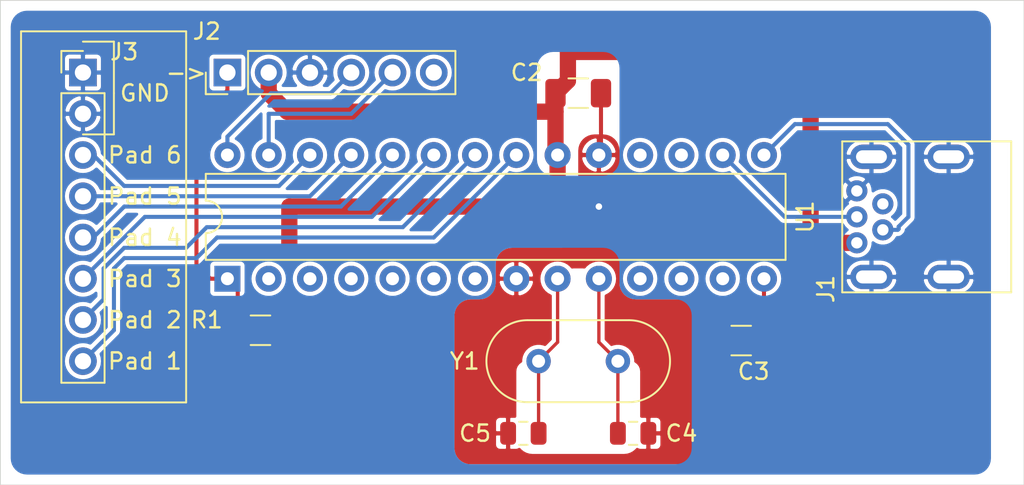
<source format=kicad_pcb>
(kicad_pcb (version 20171130) (host pcbnew "(5.1.2)-2")

  (general
    (thickness 1.6)
    (drawings 20)
    (tracks 81)
    (zones 0)
    (modules 10)
    (nets 30)
  )

  (page A4)
  (layers
    (0 F.Cu signal)
    (31 B.Cu signal)
    (32 B.Adhes user)
    (33 F.Adhes user)
    (34 B.Paste user)
    (35 F.Paste user)
    (36 B.SilkS user)
    (37 F.SilkS user)
    (38 B.Mask user)
    (39 F.Mask user)
    (40 Dwgs.User user)
    (41 Cmts.User user)
    (42 Eco1.User user)
    (43 Eco2.User user)
    (44 Edge.Cuts user)
    (45 Margin user)
    (46 B.CrtYd user)
    (47 F.CrtYd user)
    (48 B.Fab user)
    (49 F.Fab user)
  )

  (setup
    (last_trace_width 0.25)
    (user_trace_width 1)
    (trace_clearance 0.2)
    (zone_clearance 0.254)
    (zone_45_only no)
    (trace_min 0.2)
    (via_size 0.8)
    (via_drill 0.4)
    (via_min_size 0.4)
    (via_min_drill 0.3)
    (uvia_size 0.3)
    (uvia_drill 0.1)
    (uvias_allowed no)
    (uvia_min_size 0.2)
    (uvia_min_drill 0.1)
    (edge_width 0.05)
    (segment_width 0.2)
    (pcb_text_width 0.3)
    (pcb_text_size 1.5 1.5)
    (mod_edge_width 0.12)
    (mod_text_size 1 1)
    (mod_text_width 0.15)
    (pad_size 1.524 1.524)
    (pad_drill 0.762)
    (pad_to_mask_clearance 0.051)
    (solder_mask_min_width 0.25)
    (aux_axis_origin 0 0)
    (grid_origin 44.45 48.26)
    (visible_elements 7EFFFFFF)
    (pcbplotparams
      (layerselection 0x010f0_ffffffff)
      (usegerberextensions false)
      (usegerberattributes false)
      (usegerberadvancedattributes false)
      (creategerberjobfile false)
      (excludeedgelayer true)
      (linewidth 0.100000)
      (plotframeref false)
      (viasonmask false)
      (mode 1)
      (useauxorigin false)
      (hpglpennumber 1)
      (hpglpenspeed 20)
      (hpglpendiameter 15.000000)
      (psnegative false)
      (psa4output false)
      (plotreference true)
      (plotvalue true)
      (plotinvisibletext false)
      (padsonsilk false)
      (subtractmaskfromsilk false)
      (outputformat 1)
      (mirror false)
      (drillshape 0)
      (scaleselection 1)
      (outputdirectory "gerber-output/"))
  )

  (net 0 "")
  (net 1 VBUS)
  (net 2 GND)
  (net 3 "Net-(C3-Pad1)")
  (net 4 "Net-(C4-Pad1)")
  (net 5 "Net-(C5-Pad1)")
  (net 6 "Net-(J1-Pad4)")
  (net 7 "Net-(J1-Pad3)")
  (net 8 "Net-(J1-Pad2)")
  (net 9 "Net-(J2-Pad6)")
  (net 10 "Net-(J2-Pad5)")
  (net 11 "Net-(J2-Pad4)")
  (net 12 "Net-(J2-Pad1)")
  (net 13 "Net-(J3-Pad6)")
  (net 14 "Net-(J3-Pad5)")
  (net 15 "Net-(J3-Pad4)")
  (net 16 "Net-(J3-Pad3)")
  (net 17 "Net-(U1-Pad13)")
  (net 18 "Net-(U1-Pad12)")
  (net 19 "Net-(U1-Pad11)")
  (net 20 "Net-(U1-Pad7)")
  (net 21 "Net-(U1-Pad6)")
  (net 22 "Net-(U1-Pad5)")
  (net 23 "Net-(U1-Pad18)")
  (net 24 "Net-(U1-Pad4)")
  (net 25 "Net-(U1-Pad17)")
  (net 26 "Net-(U1-Pad3)")
  (net 27 "Net-(U1-Pad2)")
  (net 28 "Net-(J3-Pad8)")
  (net 29 "Net-(J3-Pad7)")

  (net_class Default "This is the default net class."
    (clearance 0.2)
    (trace_width 0.25)
    (via_dia 0.8)
    (via_drill 0.4)
    (uvia_dia 0.3)
    (uvia_drill 0.1)
    (add_net GND)
    (add_net "Net-(C3-Pad1)")
    (add_net "Net-(C4-Pad1)")
    (add_net "Net-(C5-Pad1)")
    (add_net "Net-(J1-Pad2)")
    (add_net "Net-(J1-Pad3)")
    (add_net "Net-(J1-Pad4)")
    (add_net "Net-(J2-Pad1)")
    (add_net "Net-(J2-Pad4)")
    (add_net "Net-(J2-Pad5)")
    (add_net "Net-(J2-Pad6)")
    (add_net "Net-(J3-Pad3)")
    (add_net "Net-(J3-Pad4)")
    (add_net "Net-(J3-Pad5)")
    (add_net "Net-(J3-Pad6)")
    (add_net "Net-(J3-Pad7)")
    (add_net "Net-(J3-Pad8)")
    (add_net "Net-(U1-Pad11)")
    (add_net "Net-(U1-Pad12)")
    (add_net "Net-(U1-Pad13)")
    (add_net "Net-(U1-Pad17)")
    (add_net "Net-(U1-Pad18)")
    (add_net "Net-(U1-Pad2)")
    (add_net "Net-(U1-Pad3)")
    (add_net "Net-(U1-Pad4)")
    (add_net "Net-(U1-Pad5)")
    (add_net "Net-(U1-Pad6)")
    (add_net "Net-(U1-Pad7)")
    (add_net VBUS)
  )

  (module animeclub_ddr_controller_v2:USB_Mini_B_MXRS_Horizontal (layer F.Cu) (tedit 5D4B85EC) (tstamp 5D4BBF0A)
    (at 52.705 33.655 90)
    (path /5D43EC57)
    (fp_text reference J1 (at -4.445 -1.905 90) (layer F.SilkS)
      (effects (font (size 1 1) (thickness 0.15)))
    )
    (fp_text value USB_B_Mini (at 0 8.89 90) (layer F.Fab)
      (effects (font (size 1 1) (thickness 0.15)))
    )
    (fp_line (start -5.15 10) (end -5.15 -1.4) (layer F.CrtYd) (width 0.12))
    (fp_line (start 5.15 10) (end -5.15 10) (layer F.CrtYd) (width 0.12))
    (fp_line (start 5.15 -1.4) (end 5.15 10) (layer F.CrtYd) (width 0.12))
    (fp_line (start -5.15 -1.4) (end 5.15 -1.4) (layer F.CrtYd) (width 0.12))
    (fp_line (start 4.65 9.5) (end 4.65 -0.9) (layer F.SilkS) (width 0.12))
    (fp_line (start -4.65 9.5) (end 4.65 9.5) (layer F.SilkS) (width 0.12))
    (fp_line (start -4.65 -0.9) (end -4.65 9.5) (layer F.SilkS) (width 0.12))
    (fp_line (start 4.65 -0.9) (end -4.65 -0.9) (layer F.SilkS) (width 0.12))
    (fp_text user %R (at 0 6.35 90) (layer F.Fab)
      (effects (font (size 1 1) (thickness 0.15)))
    )
    (pad 6 thru_hole oval (at -3.7 5.65 90) (size 1.5 2.6) (drill oval 0.8 1.9) (layers *.Cu *.Mask)
      (net 2 GND))
    (pad 6 thru_hole oval (at 3.7 5.65 90) (size 1.5 2.6) (drill oval 0.8 1.9) (layers *.Cu *.Mask)
      (net 2 GND))
    (pad 6 thru_hole oval (at 3.7 0.9 90) (size 1.5 2.6) (drill oval 0.8 1.9) (layers *.Cu *.Mask)
      (net 2 GND))
    (pad 6 thru_hole oval (at -3.7 0.9 90) (size 1.5 2.6) (drill oval 0.8 1.9) (layers *.Cu *.Mask)
      (net 2 GND))
    (pad 1 thru_hole circle (at -1.6 0 90) (size 1.3 1.3) (drill 0.7) (layers *.Cu *.Mask)
      (net 1 VBUS))
    (pad 2 thru_hole circle (at -0.8 1.6 90) (size 1.3 1.3) (drill 0.7) (layers *.Cu *.Mask)
      (net 8 "Net-(J1-Pad2)"))
    (pad 5 thru_hole circle (at 1.6 0 90) (size 1.3 1.3) (drill 0.7) (layers *.Cu *.Mask)
      (net 2 GND))
    (pad 4 thru_hole circle (at 0.8 1.6 90) (size 1.3 1.3) (drill 0.7) (layers *.Cu *.Mask)
      (net 6 "Net-(J1-Pad4)"))
    (pad 3 thru_hole circle (at 0 0 90) (size 1.3 1.3) (drill 0.7) (layers *.Cu *.Mask)
      (net 7 "Net-(J1-Pad3)"))
  )

  (module Connector_PinHeader_2.54mm:PinHeader_1x08_P2.54mm_Vertical (layer F.Cu) (tedit 59FED5CC) (tstamp 5D4AE1BF)
    (at 5.08 24.765)
    (descr "Through hole straight pin header, 1x08, 2.54mm pitch, single row")
    (tags "Through hole pin header THT 1x08 2.54mm single row")
    (path /5D4523CB)
    (fp_text reference J3 (at 2.54 -1.27 unlocked) (layer F.SilkS)
      (effects (font (size 1 1) (thickness 0.15)))
    )
    (fp_text value "Pad Interface" (at -2.54 3.175 270 unlocked) (layer F.Fab)
      (effects (font (size 1 1) (thickness 0.15)))
    )
    (fp_text user %R (at 0 3.5 90) (layer F.Fab)
      (effects (font (size 0.76 0.76) (thickness 0.114)))
    )
    (fp_line (start 1.8 -1.8) (end -1.8 -1.8) (layer F.CrtYd) (width 0.05))
    (fp_line (start 1.8 19.55) (end 1.8 -1.8) (layer F.CrtYd) (width 0.05))
    (fp_line (start -1.8 19.55) (end 1.8 19.55) (layer F.CrtYd) (width 0.05))
    (fp_line (start -1.8 -1.8) (end -1.8 19.55) (layer F.CrtYd) (width 0.05))
    (fp_line (start -1.33 -1.33) (end 0 -1.33) (layer F.SilkS) (width 0.12))
    (fp_line (start -1.33 0) (end -1.33 -1.33) (layer F.SilkS) (width 0.12))
    (fp_line (start -1.33 1.27) (end 1.33 1.27) (layer F.SilkS) (width 0.12))
    (fp_line (start 1.33 1.27) (end 1.33 19.11) (layer F.SilkS) (width 0.12))
    (fp_line (start -1.33 1.27) (end -1.33 19.11) (layer F.SilkS) (width 0.12))
    (fp_line (start -1.33 19.11) (end 1.33 19.11) (layer F.SilkS) (width 0.12))
    (fp_line (start -1.27 -0.635) (end -0.635 -1.27) (layer F.Fab) (width 0.1))
    (fp_line (start -1.27 19.05) (end -1.27 -0.635) (layer F.Fab) (width 0.1))
    (fp_line (start 1.27 19.05) (end -1.27 19.05) (layer F.Fab) (width 0.1))
    (fp_line (start 1.27 -1.27) (end 1.27 19.05) (layer F.Fab) (width 0.1))
    (fp_line (start -0.635 -1.27) (end 1.27 -1.27) (layer F.Fab) (width 0.1))
    (pad 8 thru_hole oval (at 0 17.78) (size 1.7 1.7) (drill 1) (layers *.Cu *.Mask)
      (net 28 "Net-(J3-Pad8)"))
    (pad 7 thru_hole oval (at 0 15.24) (size 1.7 1.7) (drill 1) (layers *.Cu *.Mask)
      (net 29 "Net-(J3-Pad7)"))
    (pad 6 thru_hole oval (at 0 12.7) (size 1.7 1.7) (drill 1) (layers *.Cu *.Mask)
      (net 13 "Net-(J3-Pad6)"))
    (pad 5 thru_hole oval (at 0 10.16) (size 1.7 1.7) (drill 1) (layers *.Cu *.Mask)
      (net 14 "Net-(J3-Pad5)"))
    (pad 4 thru_hole oval (at 0 7.62) (size 1.7 1.7) (drill 1) (layers *.Cu *.Mask)
      (net 15 "Net-(J3-Pad4)"))
    (pad 3 thru_hole oval (at 0 5.08) (size 1.7 1.7) (drill 1) (layers *.Cu *.Mask)
      (net 16 "Net-(J3-Pad3)"))
    (pad 2 thru_hole oval (at 0 2.54) (size 1.7 1.7) (drill 1) (layers *.Cu *.Mask)
      (net 2 GND))
    (pad 1 thru_hole rect (at 0 0) (size 1.7 1.7) (drill 1) (layers *.Cu *.Mask)
      (net 2 GND))
    (model ${KISYS3DMOD}/Connector_PinHeader_2.54mm.3dshapes/PinHeader_1x08_P2.54mm_Vertical.wrl
      (at (xyz 0 0 0))
      (scale (xyz 1 1 1))
      (rotate (xyz 0 0 0))
    )
  )

  (module Crystal:Crystal_HC49-U_Vertical (layer F.Cu) (tedit 5D4B1CFA) (tstamp 5D4B1465)
    (at 35.56 42.545)
    (descr "Crystal THT HC-49/U http://5hertz.com/pdfs/04404_D.pdf")
    (tags "THT crystalHC-49/U")
    (path /5D48C585)
    (fp_text reference Y1 (at -6.985 0 180) (layer F.SilkS)
      (effects (font (size 1 1) (thickness 0.15)))
    )
    (fp_text value "12 MHz" (at -6.985 0 90) (layer F.Fab)
      (effects (font (size 1 1) (thickness 0.15)))
    )
    (fp_arc (start 3.125 0) (end 3.125 -2.525) (angle 180) (layer F.SilkS) (width 0.12))
    (fp_arc (start -3.125 0) (end -3.125 -2.525) (angle -180) (layer F.SilkS) (width 0.12))
    (fp_arc (start 3 0) (end 3 -2) (angle 180) (layer F.Fab) (width 0.1))
    (fp_arc (start -3 0) (end -3 -2) (angle -180) (layer F.Fab) (width 0.1))
    (fp_arc (start 3.125 0) (end 3.125 -2.325) (angle 180) (layer F.Fab) (width 0.1))
    (fp_arc (start -3.125 0) (end -3.125 -2.325) (angle -180) (layer F.Fab) (width 0.1))
    (fp_line (start 5.96 -2.8) (end -5.94 -2.8) (layer F.CrtYd) (width 0.05))
    (fp_line (start 5.96 2.8) (end 5.96 -2.8) (layer F.CrtYd) (width 0.05))
    (fp_line (start -5.94 2.8) (end 5.96 2.8) (layer F.CrtYd) (width 0.05))
    (fp_line (start -5.94 -2.8) (end -5.94 2.8) (layer F.CrtYd) (width 0.05))
    (fp_line (start -3.125 2.525) (end 3.125 2.525) (layer F.SilkS) (width 0.12))
    (fp_line (start -3.125 -2.525) (end 3.125 -2.525) (layer F.SilkS) (width 0.12))
    (fp_line (start -3 2) (end 3 2) (layer F.Fab) (width 0.1))
    (fp_line (start -3 -2) (end 3 -2) (layer F.Fab) (width 0.1))
    (fp_line (start -3.125 2.325) (end 3.125 2.325) (layer F.Fab) (width 0.1))
    (fp_line (start -3.125 -2.325) (end 3.125 -2.325) (layer F.Fab) (width 0.1))
    (fp_text user %R (at 0 0) (layer F.Fab)
      (effects (font (size 1 1) (thickness 0.15)))
    )
    (pad 2 thru_hole circle (at 2.44 0) (size 1.5 1.5) (drill 0.8) (layers *.Cu *.Mask)
      (net 4 "Net-(C4-Pad1)"))
    (pad 1 thru_hole circle (at -2.44 0) (size 1.5 1.5) (drill 0.8) (layers *.Cu *.Mask)
      (net 5 "Net-(C5-Pad1)"))
    (model ${KISYS3DMOD}/Crystal.3dshapes/Crystal_HC49-U_Vertical.wrl
      (at (xyz 0 0 0))
      (scale (xyz 1 1 1))
      (rotate (xyz 0 0 0))
    )
  )

  (module Connector_PinHeader_2.54mm:PinHeader_1x06_P2.54mm_Vertical (layer F.Cu) (tedit 59FED5CC) (tstamp 5D4BC076)
    (at 13.97 24.765 90)
    (descr "Through hole straight pin header, 1x06, 2.54mm pitch, single row")
    (tags "Through hole pin header THT 1x06 2.54mm single row")
    (path /5D43E2B2)
    (fp_text reference J2 (at 2.54 -1.27 unlocked) (layer F.SilkS)
      (effects (font (size 1 1) (thickness 0.15)))
    )
    (fp_text value ICSP (at -1.27 16.51 unlocked) (layer F.Fab)
      (effects (font (size 1 1) (thickness 0.15)))
    )
    (fp_text user %R (at 0 2.5) (layer F.Fab)
      (effects (font (size 0.76 0.76) (thickness 0.114)))
    )
    (fp_line (start 1.8 -1.8) (end -1.8 -1.8) (layer F.CrtYd) (width 0.05))
    (fp_line (start 1.8 14.5) (end 1.8 -1.8) (layer F.CrtYd) (width 0.05))
    (fp_line (start -1.8 14.5) (end 1.8 14.5) (layer F.CrtYd) (width 0.05))
    (fp_line (start -1.8 -1.8) (end -1.8 14.5) (layer F.CrtYd) (width 0.05))
    (fp_line (start -1.33 -1.33) (end 0 -1.33) (layer F.SilkS) (width 0.12))
    (fp_line (start -1.33 0) (end -1.33 -1.33) (layer F.SilkS) (width 0.12))
    (fp_line (start -1.33 1.27) (end 1.33 1.27) (layer F.SilkS) (width 0.12))
    (fp_line (start 1.33 1.27) (end 1.33 14.03) (layer F.SilkS) (width 0.12))
    (fp_line (start -1.33 1.27) (end -1.33 14.03) (layer F.SilkS) (width 0.12))
    (fp_line (start -1.33 14.03) (end 1.33 14.03) (layer F.SilkS) (width 0.12))
    (fp_line (start -1.27 -0.635) (end -0.635 -1.27) (layer F.Fab) (width 0.1))
    (fp_line (start -1.27 13.97) (end -1.27 -0.635) (layer F.Fab) (width 0.1))
    (fp_line (start 1.27 13.97) (end -1.27 13.97) (layer F.Fab) (width 0.1))
    (fp_line (start 1.27 -1.27) (end 1.27 13.97) (layer F.Fab) (width 0.1))
    (fp_line (start -0.635 -1.27) (end 1.27 -1.27) (layer F.Fab) (width 0.1))
    (pad 6 thru_hole oval (at 0 12.7 90) (size 1.7 1.7) (drill 1) (layers *.Cu *.Mask)
      (net 9 "Net-(J2-Pad6)"))
    (pad 5 thru_hole oval (at 0 10.16 90) (size 1.7 1.7) (drill 1) (layers *.Cu *.Mask)
      (net 10 "Net-(J2-Pad5)"))
    (pad 4 thru_hole oval (at 0 7.62 90) (size 1.7 1.7) (drill 1) (layers *.Cu *.Mask)
      (net 11 "Net-(J2-Pad4)"))
    (pad 3 thru_hole oval (at 0 5.08 90) (size 1.7 1.7) (drill 1) (layers *.Cu *.Mask)
      (net 2 GND))
    (pad 2 thru_hole oval (at 0 2.54 90) (size 1.7 1.7) (drill 1) (layers *.Cu *.Mask)
      (net 1 VBUS))
    (pad 1 thru_hole rect (at 0 0 90) (size 1.7 1.7) (drill 1) (layers *.Cu *.Mask)
      (net 12 "Net-(J2-Pad1)"))
    (model ${KISYS3DMOD}/Connector_PinHeader_2.54mm.3dshapes/PinHeader_1x06_P2.54mm_Vertical.wrl
      (at (xyz 0 0 0))
      (scale (xyz 1 1 1))
      (rotate (xyz 0 0 0))
    )
  )

  (module Package_DIP:DIP-28_W7.62mm (layer F.Cu) (tedit 5A02E8C5) (tstamp 5D4AE200)
    (at 13.97 37.465 90)
    (descr "28-lead though-hole mounted DIP package, row spacing 7.62 mm (300 mils)")
    (tags "THT DIP DIL PDIP 2.54mm 7.62mm 300mil")
    (path /5D3FCD9F)
    (fp_text reference U1 (at 3.81 35.56 270) (layer F.SilkS)
      (effects (font (size 1 1) (thickness 0.15)))
    )
    (fp_text value PIC18F2550-ISP (at 3.81 37.465 90) (layer F.Fab)
      (effects (font (size 1 1) (thickness 0.15)))
    )
    (fp_text user %R (at 3.81 16.51 90) (layer F.Fab)
      (effects (font (size 1 1) (thickness 0.15)))
    )
    (fp_line (start 8.7 -1.55) (end -1.1 -1.55) (layer F.CrtYd) (width 0.05))
    (fp_line (start 8.7 34.55) (end 8.7 -1.55) (layer F.CrtYd) (width 0.05))
    (fp_line (start -1.1 34.55) (end 8.7 34.55) (layer F.CrtYd) (width 0.05))
    (fp_line (start -1.1 -1.55) (end -1.1 34.55) (layer F.CrtYd) (width 0.05))
    (fp_line (start 6.46 -1.33) (end 4.81 -1.33) (layer F.SilkS) (width 0.12))
    (fp_line (start 6.46 34.35) (end 6.46 -1.33) (layer F.SilkS) (width 0.12))
    (fp_line (start 1.16 34.35) (end 6.46 34.35) (layer F.SilkS) (width 0.12))
    (fp_line (start 1.16 -1.33) (end 1.16 34.35) (layer F.SilkS) (width 0.12))
    (fp_line (start 2.81 -1.33) (end 1.16 -1.33) (layer F.SilkS) (width 0.12))
    (fp_line (start 0.635 -0.27) (end 1.635 -1.27) (layer F.Fab) (width 0.1))
    (fp_line (start 0.635 34.29) (end 0.635 -0.27) (layer F.Fab) (width 0.1))
    (fp_line (start 6.985 34.29) (end 0.635 34.29) (layer F.Fab) (width 0.1))
    (fp_line (start 6.985 -1.27) (end 6.985 34.29) (layer F.Fab) (width 0.1))
    (fp_line (start 1.635 -1.27) (end 6.985 -1.27) (layer F.Fab) (width 0.1))
    (fp_arc (start 3.81 -1.33) (end 2.81 -1.33) (angle -180) (layer F.SilkS) (width 0.12))
    (pad 28 thru_hole oval (at 7.62 0 90) (size 1.6 1.6) (drill 0.8) (layers *.Cu *.Mask)
      (net 11 "Net-(J2-Pad4)"))
    (pad 14 thru_hole oval (at 0 33.02 90) (size 1.6 1.6) (drill 0.8) (layers *.Cu *.Mask)
      (net 3 "Net-(C3-Pad1)"))
    (pad 27 thru_hole oval (at 7.62 2.54 90) (size 1.6 1.6) (drill 0.8) (layers *.Cu *.Mask)
      (net 10 "Net-(J2-Pad5)"))
    (pad 13 thru_hole oval (at 0 30.48 90) (size 1.6 1.6) (drill 0.8) (layers *.Cu *.Mask)
      (net 17 "Net-(U1-Pad13)"))
    (pad 26 thru_hole oval (at 7.62 5.08 90) (size 1.6 1.6) (drill 0.8) (layers *.Cu *.Mask)
      (net 16 "Net-(J3-Pad3)"))
    (pad 12 thru_hole oval (at 0 27.94 90) (size 1.6 1.6) (drill 0.8) (layers *.Cu *.Mask)
      (net 18 "Net-(U1-Pad12)"))
    (pad 25 thru_hole oval (at 7.62 7.62 90) (size 1.6 1.6) (drill 0.8) (layers *.Cu *.Mask)
      (net 15 "Net-(J3-Pad4)"))
    (pad 11 thru_hole oval (at 0 25.4 90) (size 1.6 1.6) (drill 0.8) (layers *.Cu *.Mask)
      (net 19 "Net-(U1-Pad11)"))
    (pad 24 thru_hole oval (at 7.62 10.16 90) (size 1.6 1.6) (drill 0.8) (layers *.Cu *.Mask)
      (net 14 "Net-(J3-Pad5)"))
    (pad 10 thru_hole oval (at 0 22.86 90) (size 1.6 1.6) (drill 0.8) (layers *.Cu *.Mask)
      (net 4 "Net-(C4-Pad1)"))
    (pad 23 thru_hole oval (at 7.62 12.7 90) (size 1.6 1.6) (drill 0.8) (layers *.Cu *.Mask)
      (net 13 "Net-(J3-Pad6)"))
    (pad 9 thru_hole oval (at 0 20.32 90) (size 1.6 1.6) (drill 0.8) (layers *.Cu *.Mask)
      (net 5 "Net-(C5-Pad1)"))
    (pad 22 thru_hole oval (at 7.62 15.24 90) (size 1.6 1.6) (drill 0.8) (layers *.Cu *.Mask)
      (net 29 "Net-(J3-Pad7)"))
    (pad 8 thru_hole oval (at 0 17.78 90) (size 1.6 1.6) (drill 0.8) (layers *.Cu *.Mask)
      (net 2 GND))
    (pad 21 thru_hole oval (at 7.62 17.78 90) (size 1.6 1.6) (drill 0.8) (layers *.Cu *.Mask)
      (net 28 "Net-(J3-Pad8)"))
    (pad 7 thru_hole oval (at 0 15.24 90) (size 1.6 1.6) (drill 0.8) (layers *.Cu *.Mask)
      (net 20 "Net-(U1-Pad7)"))
    (pad 20 thru_hole oval (at 7.62 20.32 90) (size 1.6 1.6) (drill 0.8) (layers *.Cu *.Mask)
      (net 1 VBUS))
    (pad 6 thru_hole oval (at 0 12.7 90) (size 1.6 1.6) (drill 0.8) (layers *.Cu *.Mask)
      (net 21 "Net-(U1-Pad6)"))
    (pad 19 thru_hole oval (at 7.62 22.86 90) (size 1.6 1.6) (drill 0.8) (layers *.Cu *.Mask)
      (net 2 GND))
    (pad 5 thru_hole oval (at 0 10.16 90) (size 1.6 1.6) (drill 0.8) (layers *.Cu *.Mask)
      (net 22 "Net-(U1-Pad5)"))
    (pad 18 thru_hole oval (at 7.62 25.4 90) (size 1.6 1.6) (drill 0.8) (layers *.Cu *.Mask)
      (net 23 "Net-(U1-Pad18)"))
    (pad 4 thru_hole oval (at 0 7.62 90) (size 1.6 1.6) (drill 0.8) (layers *.Cu *.Mask)
      (net 24 "Net-(U1-Pad4)"))
    (pad 17 thru_hole oval (at 7.62 27.94 90) (size 1.6 1.6) (drill 0.8) (layers *.Cu *.Mask)
      (net 25 "Net-(U1-Pad17)"))
    (pad 3 thru_hole oval (at 0 5.08 90) (size 1.6 1.6) (drill 0.8) (layers *.Cu *.Mask)
      (net 26 "Net-(U1-Pad3)"))
    (pad 16 thru_hole oval (at 7.62 30.48 90) (size 1.6 1.6) (drill 0.8) (layers *.Cu *.Mask)
      (net 7 "Net-(J1-Pad3)"))
    (pad 2 thru_hole oval (at 0 2.54 90) (size 1.6 1.6) (drill 0.8) (layers *.Cu *.Mask)
      (net 27 "Net-(U1-Pad2)"))
    (pad 15 thru_hole oval (at 7.62 33.02 90) (size 1.6 1.6) (drill 0.8) (layers *.Cu *.Mask)
      (net 8 "Net-(J1-Pad2)"))
    (pad 1 thru_hole rect (at 0 0 90) (size 1.6 1.6) (drill 0.8) (layers *.Cu *.Mask)
      (net 12 "Net-(J2-Pad1)"))
    (model ${KISYS3DMOD}/Package_DIP.3dshapes/DIP-28_W7.62mm.wrl
      (at (xyz 0 0 0))
      (scale (xyz 1 1 1))
      (rotate (xyz 0 0 0))
    )
  )

  (module Resistor_SMD:R_1206_3216Metric (layer F.Cu) (tedit 5B301BBD) (tstamp 5D4AE1D0)
    (at 16.005 40.64 180)
    (descr "Resistor SMD 1206 (3216 Metric), square (rectangular) end terminal, IPC_7351 nominal, (Body size source: http://www.tortai-tech.com/upload/download/2011102023233369053.pdf), generated with kicad-footprint-generator")
    (tags resistor)
    (path /5D441861)
    (attr smd)
    (fp_text reference R1 (at 3.305 0.635) (layer F.SilkS)
      (effects (font (size 1 1) (thickness 0.15)))
    )
    (fp_text value 10k (at 3.94 -0.635) (layer F.Fab)
      (effects (font (size 1 1) (thickness 0.15)))
    )
    (fp_text user %R (at 0 0) (layer F.Fab)
      (effects (font (size 0.8 0.8) (thickness 0.12)))
    )
    (fp_line (start 2.28 1.12) (end -2.28 1.12) (layer F.CrtYd) (width 0.05))
    (fp_line (start 2.28 -1.12) (end 2.28 1.12) (layer F.CrtYd) (width 0.05))
    (fp_line (start -2.28 -1.12) (end 2.28 -1.12) (layer F.CrtYd) (width 0.05))
    (fp_line (start -2.28 1.12) (end -2.28 -1.12) (layer F.CrtYd) (width 0.05))
    (fp_line (start -0.602064 0.91) (end 0.602064 0.91) (layer F.SilkS) (width 0.12))
    (fp_line (start -0.602064 -0.91) (end 0.602064 -0.91) (layer F.SilkS) (width 0.12))
    (fp_line (start 1.6 0.8) (end -1.6 0.8) (layer F.Fab) (width 0.1))
    (fp_line (start 1.6 -0.8) (end 1.6 0.8) (layer F.Fab) (width 0.1))
    (fp_line (start -1.6 -0.8) (end 1.6 -0.8) (layer F.Fab) (width 0.1))
    (fp_line (start -1.6 0.8) (end -1.6 -0.8) (layer F.Fab) (width 0.1))
    (pad 2 smd roundrect (at 1.4 0 180) (size 1.25 1.75) (layers F.Cu F.Paste F.Mask) (roundrect_rratio 0.2)
      (net 12 "Net-(J2-Pad1)"))
    (pad 1 smd roundrect (at -1.4 0 180) (size 1.25 1.75) (layers F.Cu F.Paste F.Mask) (roundrect_rratio 0.2)
      (net 1 VBUS))
    (model ${KISYS3DMOD}/Resistor_SMD.3dshapes/R_1206_3216Metric.wrl
      (at (xyz 0 0 0))
      (scale (xyz 1 1 1))
      (rotate (xyz 0 0 0))
    )
  )

  (module Capacitor_SMD:C_0805_2012Metric (layer F.Cu) (tedit 5B36C52B) (tstamp 5D4AE167)
    (at 32.1825 46.99 180)
    (descr "Capacitor SMD 0805 (2012 Metric), square (rectangular) end terminal, IPC_7351 nominal, (Body size source: https://docs.google.com/spreadsheets/d/1BsfQQcO9C6DZCsRaXUlFlo91Tg2WpOkGARC1WS5S8t0/edit?usp=sharing), generated with kicad-footprint-generator")
    (tags capacitor)
    (path /5D44EC47)
    (attr smd)
    (fp_text reference C5 (at 2.9725 0) (layer F.SilkS)
      (effects (font (size 1 1) (thickness 0.15)))
    )
    (fp_text value 22pF (at 3.6075 -0.635) (layer F.Fab)
      (effects (font (size 1 1) (thickness 0.15)))
    )
    (fp_text user %R (at 0 0) (layer F.Fab)
      (effects (font (size 0.5 0.5) (thickness 0.08)))
    )
    (fp_line (start 1.68 0.95) (end -1.68 0.95) (layer F.CrtYd) (width 0.05))
    (fp_line (start 1.68 -0.95) (end 1.68 0.95) (layer F.CrtYd) (width 0.05))
    (fp_line (start -1.68 -0.95) (end 1.68 -0.95) (layer F.CrtYd) (width 0.05))
    (fp_line (start -1.68 0.95) (end -1.68 -0.95) (layer F.CrtYd) (width 0.05))
    (fp_line (start -0.258578 0.71) (end 0.258578 0.71) (layer F.SilkS) (width 0.12))
    (fp_line (start -0.258578 -0.71) (end 0.258578 -0.71) (layer F.SilkS) (width 0.12))
    (fp_line (start 1 0.6) (end -1 0.6) (layer F.Fab) (width 0.1))
    (fp_line (start 1 -0.6) (end 1 0.6) (layer F.Fab) (width 0.1))
    (fp_line (start -1 -0.6) (end 1 -0.6) (layer F.Fab) (width 0.1))
    (fp_line (start -1 0.6) (end -1 -0.6) (layer F.Fab) (width 0.1))
    (pad 2 smd roundrect (at 0.9375 0 180) (size 0.975 1.4) (layers F.Cu F.Paste F.Mask) (roundrect_rratio 0.25)
      (net 2 GND))
    (pad 1 smd roundrect (at -0.9375 0 180) (size 0.975 1.4) (layers F.Cu F.Paste F.Mask) (roundrect_rratio 0.25)
      (net 5 "Net-(C5-Pad1)"))
    (model ${KISYS3DMOD}/Capacitor_SMD.3dshapes/C_0805_2012Metric.wrl
      (at (xyz 0 0 0))
      (scale (xyz 1 1 1))
      (rotate (xyz 0 0 0))
    )
  )

  (module Capacitor_SMD:C_0805_2012Metric (layer F.Cu) (tedit 5B36C52B) (tstamp 5D4AE156)
    (at 38.9375 46.99)
    (descr "Capacitor SMD 0805 (2012 Metric), square (rectangular) end terminal, IPC_7351 nominal, (Body size source: https://docs.google.com/spreadsheets/d/1BsfQQcO9C6DZCsRaXUlFlo91Tg2WpOkGARC1WS5S8t0/edit?usp=sharing), generated with kicad-footprint-generator")
    (tags capacitor)
    (path /5D44E028)
    (attr smd)
    (fp_text reference C4 (at 2.9725 0) (layer F.SilkS)
      (effects (font (size 1 1) (thickness 0.15)))
    )
    (fp_text value 22pF (at 3.6075 0.635) (layer F.Fab)
      (effects (font (size 1 1) (thickness 0.15)))
    )
    (fp_text user %R (at 0 0) (layer F.Fab)
      (effects (font (size 0.5 0.5) (thickness 0.08)))
    )
    (fp_line (start 1.68 0.95) (end -1.68 0.95) (layer F.CrtYd) (width 0.05))
    (fp_line (start 1.68 -0.95) (end 1.68 0.95) (layer F.CrtYd) (width 0.05))
    (fp_line (start -1.68 -0.95) (end 1.68 -0.95) (layer F.CrtYd) (width 0.05))
    (fp_line (start -1.68 0.95) (end -1.68 -0.95) (layer F.CrtYd) (width 0.05))
    (fp_line (start -0.258578 0.71) (end 0.258578 0.71) (layer F.SilkS) (width 0.12))
    (fp_line (start -0.258578 -0.71) (end 0.258578 -0.71) (layer F.SilkS) (width 0.12))
    (fp_line (start 1 0.6) (end -1 0.6) (layer F.Fab) (width 0.1))
    (fp_line (start 1 -0.6) (end 1 0.6) (layer F.Fab) (width 0.1))
    (fp_line (start -1 -0.6) (end 1 -0.6) (layer F.Fab) (width 0.1))
    (fp_line (start -1 0.6) (end -1 -0.6) (layer F.Fab) (width 0.1))
    (pad 2 smd roundrect (at 0.9375 0) (size 0.975 1.4) (layers F.Cu F.Paste F.Mask) (roundrect_rratio 0.25)
      (net 2 GND))
    (pad 1 smd roundrect (at -0.9375 0) (size 0.975 1.4) (layers F.Cu F.Paste F.Mask) (roundrect_rratio 0.25)
      (net 4 "Net-(C4-Pad1)"))
    (model ${KISYS3DMOD}/Capacitor_SMD.3dshapes/C_0805_2012Metric.wrl
      (at (xyz 0 0 0))
      (scale (xyz 1 1 1))
      (rotate (xyz 0 0 0))
    )
  )

  (module Capacitor_SMD:C_1206_3216Metric (layer F.Cu) (tedit 5B301BBE) (tstamp 5D4AE145)
    (at 45.59 41.275 180)
    (descr "Capacitor SMD 1206 (3216 Metric), square (rectangular) end terminal, IPC_7351 nominal, (Body size source: http://www.tortai-tech.com/upload/download/2011102023233369053.pdf), generated with kicad-footprint-generator")
    (tags capacitor)
    (path /5D408360)
    (attr smd)
    (fp_text reference C3 (at -0.765 -1.905) (layer F.SilkS)
      (effects (font (size 1 1) (thickness 0.15)))
    )
    (fp_text value 220nF (at -2.035 -3.175) (layer F.Fab)
      (effects (font (size 1 1) (thickness 0.15)))
    )
    (fp_text user %R (at 0 0) (layer F.Fab)
      (effects (font (size 0.8 0.8) (thickness 0.12)))
    )
    (fp_line (start 2.28 1.12) (end -2.28 1.12) (layer F.CrtYd) (width 0.05))
    (fp_line (start 2.28 -1.12) (end 2.28 1.12) (layer F.CrtYd) (width 0.05))
    (fp_line (start -2.28 -1.12) (end 2.28 -1.12) (layer F.CrtYd) (width 0.05))
    (fp_line (start -2.28 1.12) (end -2.28 -1.12) (layer F.CrtYd) (width 0.05))
    (fp_line (start -0.602064 0.91) (end 0.602064 0.91) (layer F.SilkS) (width 0.12))
    (fp_line (start -0.602064 -0.91) (end 0.602064 -0.91) (layer F.SilkS) (width 0.12))
    (fp_line (start 1.6 0.8) (end -1.6 0.8) (layer F.Fab) (width 0.1))
    (fp_line (start 1.6 -0.8) (end 1.6 0.8) (layer F.Fab) (width 0.1))
    (fp_line (start -1.6 -0.8) (end 1.6 -0.8) (layer F.Fab) (width 0.1))
    (fp_line (start -1.6 0.8) (end -1.6 -0.8) (layer F.Fab) (width 0.1))
    (pad 2 smd roundrect (at 1.4 0 180) (size 1.25 1.75) (layers F.Cu F.Paste F.Mask) (roundrect_rratio 0.2)
      (net 2 GND))
    (pad 1 smd roundrect (at -1.4 0 180) (size 1.25 1.75) (layers F.Cu F.Paste F.Mask) (roundrect_rratio 0.2)
      (net 3 "Net-(C3-Pad1)"))
    (model ${KISYS3DMOD}/Capacitor_SMD.3dshapes/C_1206_3216Metric.wrl
      (at (xyz 0 0 0))
      (scale (xyz 1 1 1))
      (rotate (xyz 0 0 0))
    )
  )

  (module Capacitor_SMD:C_1206_3216Metric (layer F.Cu) (tedit 5B301BBE) (tstamp 5D4AE134)
    (at 35.56 26.035 180)
    (descr "Capacitor SMD 1206 (3216 Metric), square (rectangular) end terminal, IPC_7351 nominal, (Body size source: http://www.tortai-tech.com/upload/download/2011102023233369053.pdf), generated with kicad-footprint-generator")
    (tags capacitor)
    (path /5D3FFB7B)
    (attr smd)
    (fp_text reference C2 (at 3.175 1.27) (layer F.SilkS)
      (effects (font (size 1 1) (thickness 0.15)))
    )
    (fp_text value 0.1uF (at 0 1.905) (layer F.Fab)
      (effects (font (size 1 1) (thickness 0.15)))
    )
    (fp_text user %R (at 0 0) (layer F.Fab)
      (effects (font (size 0.8 0.8) (thickness 0.12)))
    )
    (fp_line (start 2.28 1.12) (end -2.28 1.12) (layer F.CrtYd) (width 0.05))
    (fp_line (start 2.28 -1.12) (end 2.28 1.12) (layer F.CrtYd) (width 0.05))
    (fp_line (start -2.28 -1.12) (end 2.28 -1.12) (layer F.CrtYd) (width 0.05))
    (fp_line (start -2.28 1.12) (end -2.28 -1.12) (layer F.CrtYd) (width 0.05))
    (fp_line (start -0.602064 0.91) (end 0.602064 0.91) (layer F.SilkS) (width 0.12))
    (fp_line (start -0.602064 -0.91) (end 0.602064 -0.91) (layer F.SilkS) (width 0.12))
    (fp_line (start 1.6 0.8) (end -1.6 0.8) (layer F.Fab) (width 0.1))
    (fp_line (start 1.6 -0.8) (end 1.6 0.8) (layer F.Fab) (width 0.1))
    (fp_line (start -1.6 -0.8) (end 1.6 -0.8) (layer F.Fab) (width 0.1))
    (fp_line (start -1.6 0.8) (end -1.6 -0.8) (layer F.Fab) (width 0.1))
    (pad 2 smd roundrect (at 1.4 0 180) (size 1.25 1.75) (layers F.Cu F.Paste F.Mask) (roundrect_rratio 0.2)
      (net 1 VBUS))
    (pad 1 smd roundrect (at -1.4 0 180) (size 1.25 1.75) (layers F.Cu F.Paste F.Mask) (roundrect_rratio 0.2)
      (net 2 GND))
    (model ${KISYS3DMOD}/Capacitor_SMD.3dshapes/C_1206_3216Metric.wrl
      (at (xyz 0 0 0))
      (scale (xyz 1 1 1))
      (rotate (xyz 0 0 0))
    )
  )

  (gr_line (start 0 20.32) (end 0 50.165) (layer Edge.Cuts) (width 0.05) (tstamp 5D4BDE31))
  (gr_line (start 62.992 50.165) (end 0 50.165) (layer Edge.Cuts) (width 0.05) (tstamp 5D4BDE2B))
  (gr_line (start 62.992 20.32) (end 62.992 50.165) (layer Edge.Cuts) (width 0.05))
  (gr_line (start 0 20.32) (end 62.992 20.32) (layer Edge.Cuts) (width 0.05))
  (gr_line (start 11.43 22.225) (end 1.27 22.225) (layer F.SilkS) (width 0.12) (tstamp 5D4BDCA9))
  (gr_line (start 11.43 45.085) (end 11.43 22.225) (layer F.SilkS) (width 0.12))
  (gr_line (start 1.27 45.085) (end 11.43 45.085) (layer F.SilkS) (width 0.12))
  (gr_line (start 1.27 22.225) (end 1.27 45.085) (layer F.SilkS) (width 0.12))
  (gr_line (start 6.985 28.575) (end 5.08 28.575) (layer F.SilkS) (width 0.12))
  (gr_line (start 6.985 26.035) (end 6.985 28.575) (layer F.SilkS) (width 0.12))
  (gr_line (start 6.985 22.86) (end 5.08 22.86) (layer F.SilkS) (width 0.12))
  (gr_line (start 6.985 26.035) (end 6.985 22.86) (layer F.SilkS) (width 0.12))
  (gr_text GND (at 8.89 26.035) (layer F.SilkS) (tstamp 5D4BDBDB)
    (effects (font (size 1 1) (thickness 0.15)))
  )
  (gr_text "Pad 6" (at 8.89 29.845) (layer F.SilkS) (tstamp 5D4BDBDF)
    (effects (font (size 1 1) (thickness 0.15)))
  )
  (gr_text "Pad 2" (at 8.89 40.005) (layer F.SilkS) (tstamp 5D4BDBDE)
    (effects (font (size 1 1) (thickness 0.15)))
  )
  (gr_text "Pad 5" (at 8.89 32.385) (layer F.SilkS) (tstamp 5D4BDBDD)
    (effects (font (size 1 1) (thickness 0.15)))
  )
  (gr_text "Pad 4" (at 8.89 34.925) (layer F.SilkS) (tstamp 5D4BDBDC)
    (effects (font (size 1 1) (thickness 0.15)))
  )
  (gr_text "Pad 1" (at 8.89 42.545) (layer F.SilkS) (tstamp 5D4BDBDA)
    (effects (font (size 1 1) (thickness 0.15)))
  )
  (gr_text "Pad 3" (at 8.89 37.465) (layer F.SilkS) (tstamp 5D4BDBD9)
    (effects (font (size 1 1) (thickness 0.15)))
  )
  (gr_text -> (at 11.43 24.765) (layer F.SilkS)
    (effects (font (size 1 1) (thickness 0.15)))
  )

  (segment (start 34.16 29.715) (end 34.29 29.845) (width 0.25) (layer F.Cu) (net 1))
  (segment (start 34.29 29.845) (end 34.29 31.75) (width 1) (layer F.Cu) (net 1))
  (segment (start 34.29 31.75) (end 33.02 33.02) (width 1) (layer F.Cu) (net 1))
  (segment (start 17.405 39.665) (end 17.78 39.29) (width 0.25) (layer F.Cu) (net 1))
  (segment (start 17.405 40.64) (end 17.405 39.665) (width 0.25) (layer F.Cu) (net 1))
  (segment (start 33.02 33.02) (end 17.78 33.02) (width 1) (layer F.Cu) (net 1))
  (segment (start 34.925 25.27) (end 34.16 26.035) (width 1) (layer F.Cu) (net 1))
  (segment (start 34.925 23.495) (end 34.925 25.27) (width 1) (layer F.Cu) (net 1))
  (segment (start 46.355 23.495) (end 34.925 23.495) (width 1) (layer F.Cu) (net 1))
  (segment (start 49.86 27) (end 46.355 23.495) (width 1) (layer F.Cu) (net 1))
  (segment (start 52.705 35.255) (end 49.86 35.255) (width 1) (layer F.Cu) (net 1))
  (segment (start 49.86 35.255) (end 49.86 27) (width 1) (layer F.Cu) (net 1))
  (segment (start 34.16 27.175) (end 17.65 27.175) (width 1) (layer F.Cu) (net 1))
  (segment (start 34.16 27.175) (end 34.16 29.715) (width 1) (layer F.Cu) (net 1))
  (segment (start 34.16 26.035) (end 34.16 27.175) (width 1) (layer F.Cu) (net 1))
  (segment (start 16.51 26.035) (end 16.51 24.765) (width 1) (layer F.Cu) (net 1))
  (segment (start 17.65 27.175) (end 16.51 26.035) (width 1) (layer F.Cu) (net 1))
  (segment (start 17.78 33.02) (end 17.78 35.56) (width 1) (layer F.Cu) (net 1))
  (segment (start 17.78 39.29) (end 17.78 35.56) (width 0.25) (layer F.Cu) (net 1))
  (segment (start 36.96 29.715) (end 36.83 29.845) (width 0.25) (layer F.Cu) (net 2))
  (segment (start 36.96 26.035) (end 36.96 29.715) (width 0.25) (layer F.Cu) (net 2))
  (via (at 36.83 33.02) (size 0.8) (drill 0.4) (layers F.Cu B.Cu) (net 2))
  (segment (start 46.99 40.3) (end 46.99 37.465) (width 0.25) (layer F.Cu) (net 3))
  (segment (start 46.99 41.275) (end 46.99 40.3) (width 0.25) (layer F.Cu) (net 3))
  (segment (start 36.83 41.375) (end 36.83 37.465) (width 0.2032) (layer F.Cu) (net 4))
  (segment (start 38 42.545) (end 36.83 41.375) (width 0.2032) (layer F.Cu) (net 4))
  (segment (start 38 46.99) (end 38 42.545) (width 0.2032) (layer F.Cu) (net 4))
  (segment (start 34.29 41.375) (end 34.29 37.465) (width 0.2032) (layer F.Cu) (net 5))
  (segment (start 33.12 42.545) (end 34.29 41.375) (width 0.2032) (layer F.Cu) (net 5))
  (segment (start 33.12 46.99) (end 33.12 42.545) (width 0.2032) (layer F.Cu) (net 5))
  (segment (start 48.26 33.655) (end 44.45 29.845) (width 0.25) (layer B.Cu) (net 7))
  (segment (start 52.705 33.655) (end 48.26 33.655) (width 0.25) (layer B.Cu) (net 7))
  (segment (start 55.224238 34.455) (end 54.305 34.455) (width 0.25) (layer B.Cu) (net 8))
  (segment (start 46.99 29.845) (end 48.895 27.94) (width 0.25) (layer B.Cu) (net 8))
  (segment (start 48.895 27.94) (end 54.61 27.94) (width 0.25) (layer B.Cu) (net 8))
  (segment (start 55.280001 34.399237) (end 55.224238 34.455) (width 0.25) (layer B.Cu) (net 8))
  (segment (start 54.61 27.94) (end 55.88 29.21) (width 0.25) (layer B.Cu) (net 8))
  (segment (start 55.88 29.21) (end 55.88 33.655) (width 0.25) (layer B.Cu) (net 8))
  (segment (start 55.88 33.655) (end 55.280001 34.254999) (width 0.25) (layer B.Cu) (net 8))
  (segment (start 55.280001 34.254999) (end 55.280001 34.399237) (width 0.25) (layer B.Cu) (net 8))
  (segment (start 16.51 27.305) (end 16.51 29.845) (width 0.25) (layer B.Cu) (net 10))
  (segment (start 24.13 24.765) (end 21.59 27.305) (width 0.25) (layer B.Cu) (net 10))
  (segment (start 21.59 27.305) (end 16.51 27.305) (width 0.25) (layer B.Cu) (net 10))
  (segment (start 16.64863 26.035) (end 13.97 28.71363) (width 0.25) (layer B.Cu) (net 11))
  (segment (start 13.97 28.71363) (end 13.97 29.845) (width 0.25) (layer B.Cu) (net 11))
  (segment (start 20.32 26.035) (end 16.64863 26.035) (width 0.25) (layer B.Cu) (net 11))
  (segment (start 21.59 24.765) (end 20.32 26.035) (width 0.25) (layer B.Cu) (net 11))
  (segment (start 12.92 37.465) (end 13.97 37.465) (width 0.25) (layer F.Cu) (net 12))
  (segment (start 12.065 36.61) (end 12.92 37.465) (width 0.25) (layer F.Cu) (net 12))
  (segment (start 12.065 27.77) (end 12.065 36.61) (width 0.25) (layer F.Cu) (net 12))
  (segment (start 13.97 25.865) (end 12.065 27.77) (width 0.25) (layer F.Cu) (net 12))
  (segment (start 13.97 24.765) (end 13.97 25.865) (width 0.25) (layer F.Cu) (net 12))
  (segment (start 14.605 38.1) (end 13.97 37.465) (width 0.25) (layer F.Cu) (net 12))
  (segment (start 14.605 40.64) (end 14.605 38.1) (width 0.25) (layer F.Cu) (net 12))
  (segment (start 22.86 33.655) (end 26.67 29.845) (width 0.25) (layer B.Cu) (net 13))
  (segment (start 8.89 33.655) (end 22.86 33.655) (width 0.25) (layer B.Cu) (net 13))
  (segment (start 5.08 37.465) (end 8.89 33.655) (width 0.25) (layer B.Cu) (net 13))
  (segment (start 5.715 34.925) (end 5.08 34.925) (width 0.25) (layer B.Cu) (net 14))
  (segment (start 7.62 33.02) (end 5.715 34.925) (width 0.25) (layer B.Cu) (net 14))
  (segment (start 24.13 29.845) (end 20.955 33.02) (width 0.25) (layer B.Cu) (net 14))
  (segment (start 20.955 33.02) (end 7.62 33.02) (width 0.25) (layer B.Cu) (net 14))
  (segment (start 19.05 32.385) (end 21.59 29.845) (width 0.25) (layer B.Cu) (net 15))
  (segment (start 5.08 32.385) (end 19.05 32.385) (width 0.25) (layer B.Cu) (net 15))
  (segment (start 17.145 31.75) (end 19.05 29.845) (width 0.25) (layer B.Cu) (net 16))
  (segment (start 7.62 31.75) (end 17.145 31.75) (width 0.25) (layer B.Cu) (net 16))
  (segment (start 5.08 29.845) (end 5.715 29.845) (width 0.25) (layer B.Cu) (net 16))
  (segment (start 5.715 29.845) (end 7.62 31.75) (width 0.25) (layer B.Cu) (net 16))
  (segment (start 26.67 34.925) (end 31.75 29.845) (width 0.25) (layer B.Cu) (net 28))
  (segment (start 13.335 34.925) (end 26.67 34.925) (width 0.25) (layer B.Cu) (net 28))
  (segment (start 5.08 42.545) (end 6.98641 40.63859) (width 0.25) (layer B.Cu) (net 28))
  (segment (start 6.98641 40.63859) (end 6.98641 36.83141) (width 0.25) (layer B.Cu) (net 28))
  (segment (start 6.98641 36.83141) (end 7.62282 36.195) (width 0.25) (layer B.Cu) (net 28))
  (segment (start 12.065 36.195) (end 13.335 34.925) (width 0.25) (layer B.Cu) (net 28))
  (segment (start 7.62282 36.195) (end 12.065 36.195) (width 0.25) (layer B.Cu) (net 28))
  (segment (start 24.765 34.29) (end 29.21 29.845) (width 0.25) (layer B.Cu) (net 29))
  (segment (start 6.35 38.735) (end 6.35 36.83141) (width 0.25) (layer B.Cu) (net 29))
  (segment (start 6.35 36.83141) (end 7.62141 35.56) (width 0.25) (layer B.Cu) (net 29))
  (segment (start 7.62141 35.56) (end 11.43 35.56) (width 0.25) (layer B.Cu) (net 29))
  (segment (start 11.43 35.56) (end 12.7 34.29) (width 0.25) (layer B.Cu) (net 29))
  (segment (start 5.08 40.005) (end 6.35 38.735) (width 0.25) (layer B.Cu) (net 29))
  (segment (start 12.7 34.29) (end 24.765 34.29) (width 0.25) (layer B.Cu) (net 29))

  (zone (net 2) (net_name GND) (layer F.Cu) (tstamp 5D4BDFAC) (hatch full 0.508)
    (connect_pads (clearance 0.254))
    (min_thickness 0.18)
    (fill yes (arc_segments 32) (thermal_gap 0.254) (thermal_bridge_width 0.26) (smoothing fillet) (radius 1))
    (polygon
      (pts
        (xy 30.48 38.735) (xy 27.94 38.735) (xy 27.94 48.895) (xy 45.085 48.895) (xy 45.085 38.735)
        (xy 38.1 38.735) (xy 38.1 28.575) (xy 35.56 28.575) (xy 35.56 35.56) (xy 30.48 35.56)
      )
    )
    (filled_polygon
      (pts
        (xy 37.277448 28.682913) (xy 37.448075 28.734672) (xy 37.605329 28.818726) (xy 37.74316 28.93184) (xy 37.856274 29.069671)
        (xy 37.940328 29.226925) (xy 37.992087 29.397552) (xy 38.01 29.579426) (xy 38.01 37.735) (xy 38.010433 37.743822)
        (xy 38.029648 37.938912) (xy 38.03309 37.956215) (xy 38.089995 38.143808) (xy 38.096747 38.160109) (xy 38.189157 38.332996)
        (xy 38.198959 38.347665) (xy 38.323322 38.499202) (xy 38.335798 38.511678) (xy 38.487335 38.636041) (xy 38.502004 38.645843)
        (xy 38.674891 38.738253) (xy 38.691192 38.745005) (xy 38.878785 38.80191) (xy 38.896088 38.805352) (xy 39.091178 38.824567)
        (xy 39.1 38.825) (xy 44.080574 38.825) (xy 44.262448 38.842913) (xy 44.433075 38.894672) (xy 44.590329 38.978726)
        (xy 44.72816 39.09184) (xy 44.841274 39.229671) (xy 44.925328 39.386925) (xy 44.977087 39.557552) (xy 44.995 39.739426)
        (xy 44.995 40.106155) (xy 44.94728 40.080648) (xy 44.882436 40.060978) (xy 44.815 40.054336) (xy 44.316 40.056)
        (xy 44.23 40.142) (xy 44.23 41.235) (xy 44.25 41.235) (xy 44.25 41.315) (xy 44.23 41.315)
        (xy 44.23 42.408) (xy 44.316 42.494) (xy 44.815 42.495664) (xy 44.882436 42.489022) (xy 44.94728 42.469352)
        (xy 44.995 42.443845) (xy 44.995 47.890574) (xy 44.977087 48.072448) (xy 44.925328 48.243075) (xy 44.841274 48.400329)
        (xy 44.72816 48.53816) (xy 44.590329 48.651274) (xy 44.433075 48.735328) (xy 44.262448 48.787087) (xy 44.080574 48.805)
        (xy 28.944426 48.805) (xy 28.762552 48.787087) (xy 28.591925 48.735328) (xy 28.434671 48.651274) (xy 28.29684 48.53816)
        (xy 28.183726 48.400329) (xy 28.099672 48.243075) (xy 28.047913 48.072448) (xy 28.03 47.890574) (xy 28.03 47.69)
        (xy 30.411836 47.69) (xy 30.418478 47.757436) (xy 30.438148 47.82228) (xy 30.470091 47.882041) (xy 30.513079 47.934421)
        (xy 30.565459 47.977409) (xy 30.62522 48.009352) (xy 30.690064 48.029022) (xy 30.7575 48.035664) (xy 31.119 48.034)
        (xy 31.205 47.948) (xy 31.205 47.03) (xy 30.4995 47.03) (xy 30.4135 47.116) (xy 30.411836 47.69)
        (xy 28.03 47.69) (xy 28.03 46.29) (xy 30.411836 46.29) (xy 30.4135 46.864) (xy 30.4995 46.95)
        (xy 31.205 46.95) (xy 31.205 46.032) (xy 31.285 46.032) (xy 31.285 46.95) (xy 31.305 46.95)
        (xy 31.305 47.03) (xy 31.285 47.03) (xy 31.285 47.948) (xy 31.371 48.034) (xy 31.7325 48.035664)
        (xy 31.799936 48.029022) (xy 31.86478 48.009352) (xy 31.924541 47.977409) (xy 31.930743 47.972319) (xy 31.973322 48.024202)
        (xy 31.985798 48.036678) (xy 32.137335 48.161041) (xy 32.152004 48.170843) (xy 32.324891 48.263253) (xy 32.341192 48.270005)
        (xy 32.528785 48.32691) (xy 32.546088 48.330352) (xy 32.741178 48.349567) (xy 32.75 48.35) (xy 38.37 48.35)
        (xy 38.378822 48.349567) (xy 38.573912 48.330352) (xy 38.591215 48.32691) (xy 38.778808 48.270005) (xy 38.795109 48.263253)
        (xy 38.967996 48.170843) (xy 38.982665 48.161041) (xy 39.134202 48.036678) (xy 39.146678 48.024202) (xy 39.189257 47.972319)
        (xy 39.195459 47.977409) (xy 39.25522 48.009352) (xy 39.320064 48.029022) (xy 39.3875 48.035664) (xy 39.749 48.034)
        (xy 39.835 47.948) (xy 39.835 47.03) (xy 39.915 47.03) (xy 39.915 47.948) (xy 40.001 48.034)
        (xy 40.3625 48.035664) (xy 40.429936 48.029022) (xy 40.49478 48.009352) (xy 40.554541 47.977409) (xy 40.606921 47.934421)
        (xy 40.649909 47.882041) (xy 40.681852 47.82228) (xy 40.701522 47.757436) (xy 40.708164 47.69) (xy 40.7065 47.116)
        (xy 40.6205 47.03) (xy 39.915 47.03) (xy 39.835 47.03) (xy 39.815 47.03) (xy 39.815 46.95)
        (xy 39.835 46.95) (xy 39.835 46.032) (xy 39.915 46.032) (xy 39.915 46.95) (xy 40.6205 46.95)
        (xy 40.7065 46.864) (xy 40.708164 46.29) (xy 40.701522 46.222564) (xy 40.681852 46.15772) (xy 40.649909 46.097959)
        (xy 40.606921 46.045579) (xy 40.554541 46.002591) (xy 40.49478 45.970648) (xy 40.429936 45.950978) (xy 40.3625 45.944336)
        (xy 40.001 45.946) (xy 39.915 46.032) (xy 39.835 46.032) (xy 39.749 45.946) (xy 39.46 45.94467)
        (xy 39.46 43.18) (xy 39.45923 43.168253) (xy 39.437593 43.003903) (xy 39.431512 42.981208) (xy 39.368075 42.828058)
        (xy 39.356328 42.807712) (xy 39.255415 42.676199) (xy 39.238801 42.659585) (xy 39.107288 42.558672) (xy 39.094 42.551)
        (xy 39.094 42.43725) (xy 39.051958 42.225892) (xy 39.020523 42.15) (xy 43.219336 42.15) (xy 43.225978 42.217436)
        (xy 43.245648 42.28228) (xy 43.277591 42.342041) (xy 43.320579 42.394421) (xy 43.372959 42.437409) (xy 43.43272 42.469352)
        (xy 43.497564 42.489022) (xy 43.565 42.495664) (xy 44.064 42.494) (xy 44.15 42.408) (xy 44.15 41.315)
        (xy 43.307 41.315) (xy 43.221 41.401) (xy 43.219336 42.15) (xy 39.020523 42.15) (xy 38.96949 42.026797)
        (xy 38.849765 41.847616) (xy 38.697384 41.695235) (xy 38.518203 41.57551) (xy 38.319108 41.493042) (xy 38.10775 41.451)
        (xy 37.89225 41.451) (xy 37.680892 41.493042) (xy 37.608288 41.523116) (xy 37.2756 41.190428) (xy 37.2756 40.4)
        (xy 43.219336 40.4) (xy 43.221 41.149) (xy 43.307 41.235) (xy 44.15 41.235) (xy 44.15 40.142)
        (xy 44.064 40.056) (xy 43.565 40.054336) (xy 43.497564 40.060978) (xy 43.43272 40.080648) (xy 43.372959 40.112591)
        (xy 43.320579 40.155579) (xy 43.277591 40.207959) (xy 43.245648 40.26772) (xy 43.225978 40.332564) (xy 43.219336 40.4)
        (xy 37.2756 40.4) (xy 37.2756 38.52399) (xy 37.468647 38.420803) (xy 37.642844 38.277844) (xy 37.785803 38.103647)
        (xy 37.892032 37.904908) (xy 37.957447 37.689263) (xy 37.979535 37.465) (xy 37.957447 37.240737) (xy 37.892032 37.025092)
        (xy 37.785803 36.826353) (xy 37.642844 36.652156) (xy 37.468647 36.509197) (xy 37.269908 36.402968) (xy 37.054263 36.337553)
        (xy 36.886198 36.321) (xy 36.773802 36.321) (xy 36.605737 36.337553) (xy 36.390092 36.402968) (xy 36.191353 36.509197)
        (xy 36.017156 36.652156) (xy 35.93679 36.750082) (xy 35.838822 36.740433) (xy 35.83 36.74) (xy 35.29 36.74)
        (xy 35.281178 36.740433) (xy 35.18321 36.750082) (xy 35.102844 36.652156) (xy 34.928647 36.509197) (xy 34.729908 36.402968)
        (xy 34.514263 36.337553) (xy 34.346198 36.321) (xy 34.233802 36.321) (xy 34.065737 36.337553) (xy 33.850092 36.402968)
        (xy 33.651353 36.509197) (xy 33.477156 36.652156) (xy 33.334197 36.826353) (xy 33.227968 37.025092) (xy 33.162553 37.240737)
        (xy 33.140465 37.465) (xy 33.162553 37.689263) (xy 33.227968 37.904908) (xy 33.334197 38.103647) (xy 33.477156 38.277844)
        (xy 33.651353 38.420803) (xy 33.844401 38.52399) (xy 33.8444 41.190427) (xy 33.511712 41.523116) (xy 33.439108 41.493042)
        (xy 33.22775 41.451) (xy 33.01225 41.451) (xy 32.800892 41.493042) (xy 32.601797 41.57551) (xy 32.422616 41.695235)
        (xy 32.270235 41.847616) (xy 32.15051 42.026797) (xy 32.068042 42.225892) (xy 32.026 42.43725) (xy 32.026 42.551)
        (xy 32.012712 42.558672) (xy 31.881199 42.659585) (xy 31.864585 42.676199) (xy 31.763672 42.807712) (xy 31.751925 42.828058)
        (xy 31.688488 42.981208) (xy 31.682407 43.003903) (xy 31.66077 43.168253) (xy 31.66 43.18) (xy 31.66 45.94467)
        (xy 31.371 45.946) (xy 31.285 46.032) (xy 31.205 46.032) (xy 31.119 45.946) (xy 30.7575 45.944336)
        (xy 30.690064 45.950978) (xy 30.62522 45.970648) (xy 30.565459 46.002591) (xy 30.513079 46.045579) (xy 30.470091 46.097959)
        (xy 30.438148 46.15772) (xy 30.418478 46.222564) (xy 30.411836 46.29) (xy 28.03 46.29) (xy 28.03 39.739426)
        (xy 28.047913 39.557552) (xy 28.099672 39.386925) (xy 28.183726 39.229671) (xy 28.29684 39.09184) (xy 28.434671 38.978726)
        (xy 28.591925 38.894672) (xy 28.762552 38.842913) (xy 28.944426 38.825) (xy 29.48 38.825) (xy 29.488822 38.824567)
        (xy 29.683912 38.805352) (xy 29.701215 38.80191) (xy 29.888808 38.745005) (xy 29.905109 38.738253) (xy 30.077996 38.645843)
        (xy 30.092665 38.636041) (xy 30.244202 38.511678) (xy 30.256678 38.499202) (xy 30.381041 38.347665) (xy 30.390843 38.332996)
        (xy 30.483253 38.160109) (xy 30.490005 38.143808) (xy 30.54691 37.956215) (xy 30.550352 37.938912) (xy 30.569567 37.743822)
        (xy 30.57 37.735) (xy 30.57 37.683359) (xy 30.627031 37.683359) (xy 30.691208 37.898244) (xy 30.796074 38.096479)
        (xy 30.937599 38.270447) (xy 31.110344 38.413462) (xy 31.307671 38.520028) (xy 31.521996 38.58605) (xy 31.531641 38.587967)
        (xy 31.71 38.522244) (xy 31.71 37.505) (xy 31.79 37.505) (xy 31.79 38.522244) (xy 31.968359 38.587967)
        (xy 31.978004 38.58605) (xy 32.192329 38.520028) (xy 32.389656 38.413462) (xy 32.562401 38.270447) (xy 32.703926 38.096479)
        (xy 32.808792 37.898244) (xy 32.872969 37.683359) (xy 32.807302 37.505) (xy 31.79 37.505) (xy 31.71 37.505)
        (xy 30.692698 37.505) (xy 30.627031 37.683359) (xy 30.57 37.683359) (xy 30.57 37.246641) (xy 30.627031 37.246641)
        (xy 30.692698 37.425) (xy 31.71 37.425) (xy 31.71 36.407756) (xy 31.79 36.407756) (xy 31.79 37.425)
        (xy 32.807302 37.425) (xy 32.872969 37.246641) (xy 32.808792 37.031756) (xy 32.703926 36.833521) (xy 32.562401 36.659553)
        (xy 32.389656 36.516538) (xy 32.192329 36.409972) (xy 31.978004 36.34395) (xy 31.968359 36.342033) (xy 31.79 36.407756)
        (xy 31.71 36.407756) (xy 31.531641 36.342033) (xy 31.521996 36.34395) (xy 31.307671 36.409972) (xy 31.110344 36.516538)
        (xy 30.937599 36.659553) (xy 30.796074 36.833521) (xy 30.691208 37.031756) (xy 30.627031 37.246641) (xy 30.57 37.246641)
        (xy 30.57 36.564426) (xy 30.587913 36.382552) (xy 30.639672 36.211925) (xy 30.723726 36.054671) (xy 30.83684 35.91684)
        (xy 30.974671 35.803726) (xy 31.131925 35.719672) (xy 31.302552 35.667913) (xy 31.484426 35.65) (xy 34.56 35.65)
        (xy 34.568822 35.649567) (xy 34.763912 35.630352) (xy 34.781215 35.62691) (xy 34.968808 35.570005) (xy 34.985109 35.563253)
        (xy 35.157996 35.470843) (xy 35.172665 35.461041) (xy 35.324202 35.336678) (xy 35.336678 35.324202) (xy 35.461041 35.172665)
        (xy 35.470843 35.157996) (xy 35.563253 34.985109) (xy 35.570005 34.968808) (xy 35.62691 34.781215) (xy 35.630352 34.763912)
        (xy 35.649567 34.568822) (xy 35.65 34.56) (xy 35.65 30.063359) (xy 35.707031 30.063359) (xy 35.771208 30.278244)
        (xy 35.876074 30.476479) (xy 36.017599 30.650447) (xy 36.190344 30.793462) (xy 36.387671 30.900028) (xy 36.601996 30.96605)
        (xy 36.611641 30.967967) (xy 36.79 30.902244) (xy 36.79 29.885) (xy 36.87 29.885) (xy 36.87 30.902244)
        (xy 37.048359 30.967967) (xy 37.058004 30.96605) (xy 37.272329 30.900028) (xy 37.469656 30.793462) (xy 37.642401 30.650447)
        (xy 37.783926 30.476479) (xy 37.888792 30.278244) (xy 37.952969 30.063359) (xy 37.887302 29.885) (xy 36.87 29.885)
        (xy 36.79 29.885) (xy 35.772698 29.885) (xy 35.707031 30.063359) (xy 35.65 30.063359) (xy 35.65 29.626641)
        (xy 35.707031 29.626641) (xy 35.772698 29.805) (xy 36.79 29.805) (xy 36.79 28.787756) (xy 36.87 28.787756)
        (xy 36.87 29.805) (xy 37.887302 29.805) (xy 37.952969 29.626641) (xy 37.888792 29.411756) (xy 37.783926 29.213521)
        (xy 37.642401 29.039553) (xy 37.469656 28.896538) (xy 37.272329 28.789972) (xy 37.058004 28.72395) (xy 37.048359 28.722033)
        (xy 36.87 28.787756) (xy 36.79 28.787756) (xy 36.611641 28.722033) (xy 36.601996 28.72395) (xy 36.387671 28.789972)
        (xy 36.190344 28.896538) (xy 36.017599 29.039553) (xy 35.876074 29.213521) (xy 35.771208 29.411756) (xy 35.707031 29.626641)
        (xy 35.65 29.626641) (xy 35.65 29.579426) (xy 35.667913 29.397552) (xy 35.719672 29.226925) (xy 35.803726 29.069671)
        (xy 35.91684 28.93184) (xy 36.054671 28.818726) (xy 36.211925 28.734672) (xy 36.382552 28.682913) (xy 36.564426 28.665)
        (xy 37.095574 28.665)
      )
    )
  )
  (zone (net 0) (net_name "") (layer F.Cu) (tstamp 5D4B245F) (hatch none 0.508)
    (connect_pads (clearance 0.254))
    (min_thickness 0.18)
    (keepout (tracks allowed) (vias not_allowed) (copperpour not_allowed))
    (fill (arc_segments 32) (thermal_gap 0.254) (thermal_bridge_width 0.26) (smoothing fillet) (radius 1))
    (polygon
      (pts
        (xy 34.29 36.83) (xy 36.83 36.83) (xy 36.83 41.275) (xy 38.1 42.545) (xy 39.37 42.545)
        (xy 39.37 48.26) (xy 31.75 48.26) (xy 31.75 42.545) (xy 33.02 42.545) (xy 34.29 41.275)
      )
    )
  )
  (zone (net 0) (net_name "") (layer B.Cu) (tstamp 0) (hatch edge 0.508)
    (connect_pads (clearance 0.254))
    (min_thickness 0.18)
    (keepout (tracks not_allowed) (vias not_allowed) (copperpour not_allowed))
    (fill (arc_segments 32) (thermal_gap 0.254) (thermal_bridge_width 0.26) (smoothing fillet) (radius 1))
    (polygon
      (pts
        (xy 27.94 48.895) (xy 27.94 38.735) (xy 30.48 38.735) (xy 30.48 35.56) (xy 38.1 35.56)
        (xy 38.1 38.735) (xy 42.545 38.735) (xy 42.545 48.895)
      )
    )
  )
  (zone (net 2) (net_name GND) (layer B.Cu) (tstamp 5D4BDFA9) (hatch full 0.508)
    (connect_pads (clearance 0.254))
    (min_thickness 0.18)
    (fill yes (arc_segments 32) (thermal_gap 0.254) (thermal_bridge_width 0.26) (smoothing fillet) (radius 1))
    (polygon
      (pts
        (xy 60.96 49.53) (xy 0.635 49.53) (xy 0.635 20.955) (xy 60.96 20.955)
      )
    )
    (filled_polygon
      (pts
        (xy 60.137448 21.062913) (xy 60.308075 21.114672) (xy 60.465329 21.198726) (xy 60.60316 21.31184) (xy 60.716274 21.449671)
        (xy 60.800328 21.606925) (xy 60.852087 21.777552) (xy 60.87 21.959426) (xy 60.87 48.525574) (xy 60.852087 48.707448)
        (xy 60.800328 48.878075) (xy 60.716274 49.035329) (xy 60.60316 49.17316) (xy 60.465329 49.286274) (xy 60.308075 49.370328)
        (xy 60.137448 49.422087) (xy 59.955574 49.44) (xy 1.639426 49.44) (xy 1.457552 49.422087) (xy 1.286925 49.370328)
        (xy 1.129671 49.286274) (xy 0.99184 49.17316) (xy 0.878726 49.035329) (xy 0.794672 48.878075) (xy 0.742913 48.707448)
        (xy 0.725 48.525574) (xy 0.725 29.845) (xy 3.880223 29.845) (xy 3.903276 30.079065) (xy 3.971551 30.304135)
        (xy 4.082422 30.51156) (xy 4.23163 30.69337) (xy 4.41344 30.842578) (xy 4.620865 30.953449) (xy 4.845935 31.021724)
        (xy 5.021344 31.039) (xy 5.138656 31.039) (xy 5.314065 31.021724) (xy 5.539135 30.953449) (xy 5.74656 30.842578)
        (xy 5.912845 30.706111) (xy 7.122734 31.916) (xy 6.183176 31.916) (xy 6.077578 31.71844) (xy 5.92837 31.53663)
        (xy 5.74656 31.387422) (xy 5.539135 31.276551) (xy 5.314065 31.208276) (xy 5.138656 31.191) (xy 5.021344 31.191)
        (xy 4.845935 31.208276) (xy 4.620865 31.276551) (xy 4.41344 31.387422) (xy 4.23163 31.53663) (xy 4.082422 31.71844)
        (xy 3.971551 31.925865) (xy 3.903276 32.150935) (xy 3.880223 32.385) (xy 3.903276 32.619065) (xy 3.971551 32.844135)
        (xy 4.082422 33.05156) (xy 4.23163 33.23337) (xy 4.41344 33.382578) (xy 4.620865 33.493449) (xy 4.845935 33.561724)
        (xy 5.021344 33.579) (xy 5.138656 33.579) (xy 5.314065 33.561724) (xy 5.539135 33.493449) (xy 5.74656 33.382578)
        (xy 5.92837 33.23337) (xy 6.077578 33.05156) (xy 6.183176 32.854) (xy 7.122734 32.854) (xy 5.912845 34.063889)
        (xy 5.74656 33.927422) (xy 5.539135 33.816551) (xy 5.314065 33.748276) (xy 5.138656 33.731) (xy 5.021344 33.731)
        (xy 4.845935 33.748276) (xy 4.620865 33.816551) (xy 4.41344 33.927422) (xy 4.23163 34.07663) (xy 4.082422 34.25844)
        (xy 3.971551 34.465865) (xy 3.903276 34.690935) (xy 3.880223 34.925) (xy 3.903276 35.159065) (xy 3.971551 35.384135)
        (xy 4.082422 35.59156) (xy 4.23163 35.77337) (xy 4.41344 35.922578) (xy 4.620865 36.033449) (xy 4.845935 36.101724)
        (xy 5.021344 36.119) (xy 5.138656 36.119) (xy 5.314065 36.101724) (xy 5.539135 36.033449) (xy 5.74656 35.922578)
        (xy 5.92837 35.77337) (xy 6.077578 35.59156) (xy 6.188449 35.384135) (xy 6.256724 35.159065) (xy 6.269017 35.034248)
        (xy 7.814266 33.489) (xy 8.392734 33.489) (xy 5.528431 36.353304) (xy 5.314065 36.288276) (xy 5.138656 36.271)
        (xy 5.021344 36.271) (xy 4.845935 36.288276) (xy 4.620865 36.356551) (xy 4.41344 36.467422) (xy 4.23163 36.61663)
        (xy 4.082422 36.79844) (xy 3.971551 37.005865) (xy 3.903276 37.230935) (xy 3.880223 37.465) (xy 3.903276 37.699065)
        (xy 3.971551 37.924135) (xy 4.082422 38.13156) (xy 4.23163 38.31337) (xy 4.41344 38.462578) (xy 4.620865 38.573449)
        (xy 4.845935 38.641724) (xy 5.021344 38.659) (xy 5.138656 38.659) (xy 5.314065 38.641724) (xy 5.539135 38.573449)
        (xy 5.74656 38.462578) (xy 5.881 38.352245) (xy 5.881 38.540734) (xy 5.528431 38.893304) (xy 5.314065 38.828276)
        (xy 5.138656 38.811) (xy 5.021344 38.811) (xy 4.845935 38.828276) (xy 4.620865 38.896551) (xy 4.41344 39.007422)
        (xy 4.23163 39.15663) (xy 4.082422 39.33844) (xy 3.971551 39.545865) (xy 3.903276 39.770935) (xy 3.880223 40.005)
        (xy 3.903276 40.239065) (xy 3.971551 40.464135) (xy 4.082422 40.67156) (xy 4.23163 40.85337) (xy 4.41344 41.002578)
        (xy 4.620865 41.113449) (xy 4.845935 41.181724) (xy 5.021344 41.199) (xy 5.138656 41.199) (xy 5.314065 41.181724)
        (xy 5.539135 41.113449) (xy 5.74656 41.002578) (xy 5.92837 40.85337) (xy 6.077578 40.67156) (xy 6.188449 40.464135)
        (xy 6.256724 40.239065) (xy 6.279777 40.005) (xy 6.256724 39.770935) (xy 6.191696 39.556569) (xy 6.51741 39.230855)
        (xy 6.51741 40.444324) (xy 5.528431 41.433304) (xy 5.314065 41.368276) (xy 5.138656 41.351) (xy 5.021344 41.351)
        (xy 4.845935 41.368276) (xy 4.620865 41.436551) (xy 4.41344 41.547422) (xy 4.23163 41.69663) (xy 4.082422 41.87844)
        (xy 3.971551 42.085865) (xy 3.903276 42.310935) (xy 3.880223 42.545) (xy 3.903276 42.779065) (xy 3.971551 43.004135)
        (xy 4.082422 43.21156) (xy 4.23163 43.39337) (xy 4.41344 43.542578) (xy 4.620865 43.653449) (xy 4.845935 43.721724)
        (xy 5.021344 43.739) (xy 5.138656 43.739) (xy 5.314065 43.721724) (xy 5.539135 43.653449) (xy 5.74656 43.542578)
        (xy 5.92837 43.39337) (xy 6.077578 43.21156) (xy 6.188449 43.004135) (xy 6.256724 42.779065) (xy 6.279777 42.545)
        (xy 6.256724 42.310935) (xy 6.191696 42.096569) (xy 7.301749 40.986517) (xy 7.319648 40.971828) (xy 7.356713 40.926664)
        (xy 7.378256 40.900414) (xy 7.421806 40.818937) (xy 7.421806 40.818936) (xy 7.448624 40.73053) (xy 7.45541 40.661628)
        (xy 7.45541 40.661626) (xy 7.457679 40.63859) (xy 7.45541 40.615554) (xy 7.45541 39.735) (xy 27.85 39.735)
        (xy 27.85 47.895) (xy 27.850433 47.903822) (xy 27.869648 48.098912) (xy 27.87309 48.116215) (xy 27.929995 48.303808)
        (xy 27.936747 48.320109) (xy 28.029157 48.492996) (xy 28.038959 48.507665) (xy 28.163322 48.659202) (xy 28.175798 48.671678)
        (xy 28.327335 48.796041) (xy 28.342004 48.805843) (xy 28.514891 48.898253) (xy 28.531192 48.905005) (xy 28.718785 48.96191)
        (xy 28.736088 48.965352) (xy 28.931178 48.984567) (xy 28.94 48.985) (xy 41.545 48.985) (xy 41.553822 48.984567)
        (xy 41.748912 48.965352) (xy 41.766215 48.96191) (xy 41.953808 48.905005) (xy 41.970109 48.898253) (xy 42.142996 48.805843)
        (xy 42.157665 48.796041) (xy 42.309202 48.671678) (xy 42.321678 48.659202) (xy 42.446041 48.507665) (xy 42.455843 48.492996)
        (xy 42.548253 48.320109) (xy 42.555005 48.303808) (xy 42.61191 48.116215) (xy 42.615352 48.098912) (xy 42.634567 47.903822)
        (xy 42.635 47.895) (xy 42.635 39.735) (xy 42.634567 39.726178) (xy 42.615352 39.531088) (xy 42.61191 39.513785)
        (xy 42.555005 39.326192) (xy 42.548253 39.309891) (xy 42.455843 39.137004) (xy 42.446041 39.122335) (xy 42.321678 38.970798)
        (xy 42.309202 38.958322) (xy 42.157665 38.833959) (xy 42.142996 38.824157) (xy 41.970109 38.731747) (xy 41.953808 38.724995)
        (xy 41.766215 38.66809) (xy 41.748912 38.664648) (xy 41.553822 38.645433) (xy 41.545 38.645) (xy 39.104426 38.645)
        (xy 38.922552 38.627087) (xy 38.751925 38.575328) (xy 38.594671 38.491274) (xy 38.45684 38.37816) (xy 38.343726 38.240329)
        (xy 38.259672 38.083075) (xy 38.207913 37.912448) (xy 38.19 37.730574) (xy 38.19 37.465) (xy 38.220465 37.465)
        (xy 38.242553 37.689263) (xy 38.307968 37.904908) (xy 38.414197 38.103647) (xy 38.557156 38.277844) (xy 38.731353 38.420803)
        (xy 38.930092 38.527032) (xy 39.145737 38.592447) (xy 39.313802 38.609) (xy 39.426198 38.609) (xy 39.594263 38.592447)
        (xy 39.809908 38.527032) (xy 40.008647 38.420803) (xy 40.182844 38.277844) (xy 40.325803 38.103647) (xy 40.432032 37.904908)
        (xy 40.497447 37.689263) (xy 40.519535 37.465) (xy 40.760465 37.465) (xy 40.782553 37.689263) (xy 40.847968 37.904908)
        (xy 40.954197 38.103647) (xy 41.097156 38.277844) (xy 41.271353 38.420803) (xy 41.470092 38.527032) (xy 41.685737 38.592447)
        (xy 41.853802 38.609) (xy 41.966198 38.609) (xy 42.134263 38.592447) (xy 42.349908 38.527032) (xy 42.548647 38.420803)
        (xy 42.722844 38.277844) (xy 42.865803 38.103647) (xy 42.972032 37.904908) (xy 43.037447 37.689263) (xy 43.059535 37.465)
        (xy 43.300465 37.465) (xy 43.322553 37.689263) (xy 43.387968 37.904908) (xy 43.494197 38.103647) (xy 43.637156 38.277844)
        (xy 43.811353 38.420803) (xy 44.010092 38.527032) (xy 44.225737 38.592447) (xy 44.393802 38.609) (xy 44.506198 38.609)
        (xy 44.674263 38.592447) (xy 44.889908 38.527032) (xy 45.088647 38.420803) (xy 45.262844 38.277844) (xy 45.405803 38.103647)
        (xy 45.512032 37.904908) (xy 45.577447 37.689263) (xy 45.599535 37.465) (xy 45.840465 37.465) (xy 45.862553 37.689263)
        (xy 45.927968 37.904908) (xy 46.034197 38.103647) (xy 46.177156 38.277844) (xy 46.351353 38.420803) (xy 46.550092 38.527032)
        (xy 46.765737 38.592447) (xy 46.933802 38.609) (xy 47.046198 38.609) (xy 47.214263 38.592447) (xy 47.429908 38.527032)
        (xy 47.628647 38.420803) (xy 47.802844 38.277844) (xy 47.945803 38.103647) (xy 48.052032 37.904908) (xy 48.117447 37.689263)
        (xy 48.129633 37.565532) (xy 51.981449 37.565532) (xy 52.028969 37.736701) (xy 52.12315 37.929535) (xy 52.253141 38.10029)
        (xy 52.413947 38.242404) (xy 52.599389 38.350416) (xy 52.80234 38.420175) (xy 53.015 38.449) (xy 53.565 38.449)
        (xy 53.565 37.395) (xy 53.645 37.395) (xy 53.645 38.449) (xy 54.195 38.449) (xy 54.40766 38.420175)
        (xy 54.610611 38.350416) (xy 54.796053 38.242404) (xy 54.956859 38.10029) (xy 55.08685 37.929535) (xy 55.181031 37.736701)
        (xy 55.228551 37.565532) (xy 56.731449 37.565532) (xy 56.778969 37.736701) (xy 56.87315 37.929535) (xy 57.003141 38.10029)
        (xy 57.163947 38.242404) (xy 57.349389 38.350416) (xy 57.55234 38.420175) (xy 57.765 38.449) (xy 58.315 38.449)
        (xy 58.315 37.395) (xy 58.395 37.395) (xy 58.395 38.449) (xy 58.945 38.449) (xy 59.15766 38.420175)
        (xy 59.360611 38.350416) (xy 59.546053 38.242404) (xy 59.706859 38.10029) (xy 59.83685 37.929535) (xy 59.931031 37.736701)
        (xy 59.978551 37.565532) (xy 59.912206 37.395) (xy 58.395 37.395) (xy 58.315 37.395) (xy 56.797794 37.395)
        (xy 56.731449 37.565532) (xy 55.228551 37.565532) (xy 55.162206 37.395) (xy 53.645 37.395) (xy 53.565 37.395)
        (xy 52.047794 37.395) (xy 51.981449 37.565532) (xy 48.129633 37.565532) (xy 48.139535 37.465) (xy 48.117447 37.240737)
        (xy 48.088245 37.144468) (xy 51.981449 37.144468) (xy 52.047794 37.315) (xy 53.565 37.315) (xy 53.565 36.261)
        (xy 53.645 36.261) (xy 53.645 37.315) (xy 55.162206 37.315) (xy 55.228551 37.144468) (xy 56.731449 37.144468)
        (xy 56.797794 37.315) (xy 58.315 37.315) (xy 58.315 36.261) (xy 58.395 36.261) (xy 58.395 37.315)
        (xy 59.912206 37.315) (xy 59.978551 37.144468) (xy 59.931031 36.973299) (xy 59.83685 36.780465) (xy 59.706859 36.60971)
        (xy 59.546053 36.467596) (xy 59.360611 36.359584) (xy 59.15766 36.289825) (xy 58.945 36.261) (xy 58.395 36.261)
        (xy 58.315 36.261) (xy 57.765 36.261) (xy 57.55234 36.289825) (xy 57.349389 36.359584) (xy 57.163947 36.467596)
        (xy 57.003141 36.60971) (xy 56.87315 36.780465) (xy 56.778969 36.973299) (xy 56.731449 37.144468) (xy 55.228551 37.144468)
        (xy 55.181031 36.973299) (xy 55.08685 36.780465) (xy 54.956859 36.60971) (xy 54.796053 36.467596) (xy 54.610611 36.359584)
        (xy 54.40766 36.289825) (xy 54.195 36.261) (xy 53.645 36.261) (xy 53.565 36.261) (xy 53.015 36.261)
        (xy 52.80234 36.289825) (xy 52.599389 36.359584) (xy 52.413947 36.467596) (xy 52.253141 36.60971) (xy 52.12315 36.780465)
        (xy 52.028969 36.973299) (xy 51.981449 37.144468) (xy 48.088245 37.144468) (xy 48.052032 37.025092) (xy 47.945803 36.826353)
        (xy 47.802844 36.652156) (xy 47.628647 36.509197) (xy 47.429908 36.402968) (xy 47.214263 36.337553) (xy 47.046198 36.321)
        (xy 46.933802 36.321) (xy 46.765737 36.337553) (xy 46.550092 36.402968) (xy 46.351353 36.509197) (xy 46.177156 36.652156)
        (xy 46.034197 36.826353) (xy 45.927968 37.025092) (xy 45.862553 37.240737) (xy 45.840465 37.465) (xy 45.599535 37.465)
        (xy 45.577447 37.240737) (xy 45.512032 37.025092) (xy 45.405803 36.826353) (xy 45.262844 36.652156) (xy 45.088647 36.509197)
        (xy 44.889908 36.402968) (xy 44.674263 36.337553) (xy 44.506198 36.321) (xy 44.393802 36.321) (xy 44.225737 36.337553)
        (xy 44.010092 36.402968) (xy 43.811353 36.509197) (xy 43.637156 36.652156) (xy 43.494197 36.826353) (xy 43.387968 37.025092)
        (xy 43.322553 37.240737) (xy 43.300465 37.465) (xy 43.059535 37.465) (xy 43.037447 37.240737) (xy 42.972032 37.025092)
        (xy 42.865803 36.826353) (xy 42.722844 36.652156) (xy 42.548647 36.509197) (xy 42.349908 36.402968) (xy 42.134263 36.337553)
        (xy 41.966198 36.321) (xy 41.853802 36.321) (xy 41.685737 36.337553) (xy 41.470092 36.402968) (xy 41.271353 36.509197)
        (xy 41.097156 36.652156) (xy 40.954197 36.826353) (xy 40.847968 37.025092) (xy 40.782553 37.240737) (xy 40.760465 37.465)
        (xy 40.519535 37.465) (xy 40.497447 37.240737) (xy 40.432032 37.025092) (xy 40.325803 36.826353) (xy 40.182844 36.652156)
        (xy 40.008647 36.509197) (xy 39.809908 36.402968) (xy 39.594263 36.337553) (xy 39.426198 36.321) (xy 39.313802 36.321)
        (xy 39.145737 36.337553) (xy 38.930092 36.402968) (xy 38.731353 36.509197) (xy 38.557156 36.652156) (xy 38.414197 36.826353)
        (xy 38.307968 37.025092) (xy 38.242553 37.240737) (xy 38.220465 37.465) (xy 38.19 37.465) (xy 38.19 36.56)
        (xy 38.189567 36.551178) (xy 38.170352 36.356088) (xy 38.16691 36.338785) (xy 38.110005 36.151192) (xy 38.103253 36.134891)
        (xy 38.010843 35.962004) (xy 38.001041 35.947335) (xy 37.876678 35.795798) (xy 37.864202 35.783322) (xy 37.712665 35.658959)
        (xy 37.697996 35.649157) (xy 37.525109 35.556747) (xy 37.508808 35.549995) (xy 37.321215 35.49309) (xy 37.303912 35.489648)
        (xy 37.108822 35.470433) (xy 37.1 35.47) (xy 31.48 35.47) (xy 31.471178 35.470433) (xy 31.276088 35.489648)
        (xy 31.258785 35.49309) (xy 31.071192 35.549995) (xy 31.054891 35.556747) (xy 30.882004 35.649157) (xy 30.867335 35.658959)
        (xy 30.715798 35.783322) (xy 30.703322 35.795798) (xy 30.578959 35.947335) (xy 30.569157 35.962004) (xy 30.476747 36.134891)
        (xy 30.469995 36.151192) (xy 30.41309 36.338785) (xy 30.409648 36.356088) (xy 30.390433 36.551178) (xy 30.39 36.56)
        (xy 30.39 37.730574) (xy 30.372087 37.912448) (xy 30.320328 38.083075) (xy 30.236274 38.240329) (xy 30.12316 38.37816)
        (xy 29.985329 38.491274) (xy 29.828075 38.575328) (xy 29.657448 38.627087) (xy 29.475574 38.645) (xy 28.94 38.645)
        (xy 28.931178 38.645433) (xy 28.736088 38.664648) (xy 28.718785 38.66809) (xy 28.531192 38.724995) (xy 28.514891 38.731747)
        (xy 28.342004 38.824157) (xy 28.327335 38.833959) (xy 28.175798 38.958322) (xy 28.163322 38.970798) (xy 28.038959 39.122335)
        (xy 28.029157 39.137004) (xy 27.936747 39.309891) (xy 27.929995 39.326192) (xy 27.87309 39.513785) (xy 27.869648 39.531088)
        (xy 27.850433 39.726178) (xy 27.85 39.735) (xy 7.45541 39.735) (xy 7.45541 37.025675) (xy 7.817086 36.664)
        (xy 12.041964 36.664) (xy 12.065 36.666269) (xy 12.077883 36.665) (xy 12.824336 36.665) (xy 12.824336 38.265)
        (xy 12.830978 38.332436) (xy 12.850648 38.39728) (xy 12.882591 38.457041) (xy 12.925579 38.509421) (xy 12.977959 38.552409)
        (xy 13.03772 38.584352) (xy 13.102564 38.604022) (xy 13.17 38.610664) (xy 14.77 38.610664) (xy 14.837436 38.604022)
        (xy 14.90228 38.584352) (xy 14.962041 38.552409) (xy 15.014421 38.509421) (xy 15.057409 38.457041) (xy 15.089352 38.39728)
        (xy 15.109022 38.332436) (xy 15.115664 38.265) (xy 15.115664 37.465) (xy 15.360465 37.465) (xy 15.382553 37.689263)
        (xy 15.447968 37.904908) (xy 15.554197 38.103647) (xy 15.697156 38.277844) (xy 15.871353 38.420803) (xy 16.070092 38.527032)
        (xy 16.285737 38.592447) (xy 16.453802 38.609) (xy 16.566198 38.609) (xy 16.734263 38.592447) (xy 16.949908 38.527032)
        (xy 17.148647 38.420803) (xy 17.322844 38.277844) (xy 17.465803 38.103647) (xy 17.572032 37.904908) (xy 17.637447 37.689263)
        (xy 17.659535 37.465) (xy 17.900465 37.465) (xy 17.922553 37.689263) (xy 17.987968 37.904908) (xy 18.094197 38.103647)
        (xy 18.237156 38.277844) (xy 18.411353 38.420803) (xy 18.610092 38.527032) (xy 18.825737 38.592447) (xy 18.993802 38.609)
        (xy 19.106198 38.609) (xy 19.274263 38.592447) (xy 19.489908 38.527032) (xy 19.688647 38.420803) (xy 19.862844 38.277844)
        (xy 20.005803 38.103647) (xy 20.112032 37.904908) (xy 20.177447 37.689263) (xy 20.199535 37.465) (xy 20.440465 37.465)
        (xy 20.462553 37.689263) (xy 20.527968 37.904908) (xy 20.634197 38.103647) (xy 20.777156 38.277844) (xy 20.951353 38.420803)
        (xy 21.150092 38.527032) (xy 21.365737 38.592447) (xy 21.533802 38.609) (xy 21.646198 38.609) (xy 21.814263 38.592447)
        (xy 22.029908 38.527032) (xy 22.228647 38.420803) (xy 22.402844 38.277844) (xy 22.545803 38.103647) (xy 22.652032 37.904908)
        (xy 22.717447 37.689263) (xy 22.739535 37.465) (xy 22.980465 37.465) (xy 23.002553 37.689263) (xy 23.067968 37.904908)
        (xy 23.174197 38.103647) (xy 23.317156 38.277844) (xy 23.491353 38.420803) (xy 23.690092 38.527032) (xy 23.905737 38.592447)
        (xy 24.073802 38.609) (xy 24.186198 38.609) (xy 24.354263 38.592447) (xy 24.569908 38.527032) (xy 24.768647 38.420803)
        (xy 24.942844 38.277844) (xy 25.085803 38.103647) (xy 25.192032 37.904908) (xy 25.257447 37.689263) (xy 25.279535 37.465)
        (xy 25.520465 37.465) (xy 25.542553 37.689263) (xy 25.607968 37.904908) (xy 25.714197 38.103647) (xy 25.857156 38.277844)
        (xy 26.031353 38.420803) (xy 26.230092 38.527032) (xy 26.445737 38.592447) (xy 26.613802 38.609) (xy 26.726198 38.609)
        (xy 26.894263 38.592447) (xy 27.109908 38.527032) (xy 27.308647 38.420803) (xy 27.482844 38.277844) (xy 27.625803 38.103647)
        (xy 27.732032 37.904908) (xy 27.797447 37.689263) (xy 27.819535 37.465) (xy 28.060465 37.465) (xy 28.082553 37.689263)
        (xy 28.147968 37.904908) (xy 28.254197 38.103647) (xy 28.397156 38.277844) (xy 28.571353 38.420803) (xy 28.770092 38.527032)
        (xy 28.985737 38.592447) (xy 29.153802 38.609) (xy 29.266198 38.609) (xy 29.434263 38.592447) (xy 29.649908 38.527032)
        (xy 29.848647 38.420803) (xy 30.022844 38.277844) (xy 30.165803 38.103647) (xy 30.272032 37.904908) (xy 30.337447 37.689263)
        (xy 30.359535 37.465) (xy 30.337447 37.240737) (xy 30.272032 37.025092) (xy 30.165803 36.826353) (xy 30.022844 36.652156)
        (xy 29.848647 36.509197) (xy 29.649908 36.402968) (xy 29.434263 36.337553) (xy 29.266198 36.321) (xy 29.153802 36.321)
        (xy 28.985737 36.337553) (xy 28.770092 36.402968) (xy 28.571353 36.509197) (xy 28.397156 36.652156) (xy 28.254197 36.826353)
        (xy 28.147968 37.025092) (xy 28.082553 37.240737) (xy 28.060465 37.465) (xy 27.819535 37.465) (xy 27.797447 37.240737)
        (xy 27.732032 37.025092) (xy 27.625803 36.826353) (xy 27.482844 36.652156) (xy 27.308647 36.509197) (xy 27.109908 36.402968)
        (xy 26.894263 36.337553) (xy 26.726198 36.321) (xy 26.613802 36.321) (xy 26.445737 36.337553) (xy 26.230092 36.402968)
        (xy 26.031353 36.509197) (xy 25.857156 36.652156) (xy 25.714197 36.826353) (xy 25.607968 37.025092) (xy 25.542553 37.240737)
        (xy 25.520465 37.465) (xy 25.279535 37.465) (xy 25.257447 37.240737) (xy 25.192032 37.025092) (xy 25.085803 36.826353)
        (xy 24.942844 36.652156) (xy 24.768647 36.509197) (xy 24.569908 36.402968) (xy 24.354263 36.337553) (xy 24.186198 36.321)
        (xy 24.073802 36.321) (xy 23.905737 36.337553) (xy 23.690092 36.402968) (xy 23.491353 36.509197) (xy 23.317156 36.652156)
        (xy 23.174197 36.826353) (xy 23.067968 37.025092) (xy 23.002553 37.240737) (xy 22.980465 37.465) (xy 22.739535 37.465)
        (xy 22.717447 37.240737) (xy 22.652032 37.025092) (xy 22.545803 36.826353) (xy 22.402844 36.652156) (xy 22.228647 36.509197)
        (xy 22.029908 36.402968) (xy 21.814263 36.337553) (xy 21.646198 36.321) (xy 21.533802 36.321) (xy 21.365737 36.337553)
        (xy 21.150092 36.402968) (xy 20.951353 36.509197) (xy 20.777156 36.652156) (xy 20.634197 36.826353) (xy 20.527968 37.025092)
        (xy 20.462553 37.240737) (xy 20.440465 37.465) (xy 20.199535 37.465) (xy 20.177447 37.240737) (xy 20.112032 37.025092)
        (xy 20.005803 36.826353) (xy 19.862844 36.652156) (xy 19.688647 36.509197) (xy 19.489908 36.402968) (xy 19.274263 36.337553)
        (xy 19.106198 36.321) (xy 18.993802 36.321) (xy 18.825737 36.337553) (xy 18.610092 36.402968) (xy 18.411353 36.509197)
        (xy 18.237156 36.652156) (xy 18.094197 36.826353) (xy 17.987968 37.025092) (xy 17.922553 37.240737) (xy 17.900465 37.465)
        (xy 17.659535 37.465) (xy 17.637447 37.240737) (xy 17.572032 37.025092) (xy 17.465803 36.826353) (xy 17.322844 36.652156)
        (xy 17.148647 36.509197) (xy 16.949908 36.402968) (xy 16.734263 36.337553) (xy 16.566198 36.321) (xy 16.453802 36.321)
        (xy 16.285737 36.337553) (xy 16.070092 36.402968) (xy 15.871353 36.509197) (xy 15.697156 36.652156) (xy 15.554197 36.826353)
        (xy 15.447968 37.025092) (xy 15.382553 37.240737) (xy 15.360465 37.465) (xy 15.115664 37.465) (xy 15.115664 36.665)
        (xy 15.109022 36.597564) (xy 15.089352 36.53272) (xy 15.057409 36.472959) (xy 15.014421 36.420579) (xy 14.962041 36.377591)
        (xy 14.90228 36.345648) (xy 14.837436 36.325978) (xy 14.77 36.319336) (xy 13.17 36.319336) (xy 13.102564 36.325978)
        (xy 13.03772 36.345648) (xy 12.977959 36.377591) (xy 12.925579 36.420579) (xy 12.882591 36.472959) (xy 12.850648 36.53272)
        (xy 12.830978 36.597564) (xy 12.824336 36.665) (xy 12.077883 36.665) (xy 12.088036 36.664) (xy 12.088038 36.664)
        (xy 12.15694 36.657214) (xy 12.245347 36.630396) (xy 12.326823 36.586846) (xy 12.398238 36.528238) (xy 12.412932 36.510333)
        (xy 13.529266 35.394) (xy 26.646964 35.394) (xy 26.67 35.396269) (xy 26.693036 35.394) (xy 26.693038 35.394)
        (xy 26.76194 35.387214) (xy 26.850347 35.360396) (xy 26.931823 35.316846) (xy 27.003238 35.258238) (xy 27.017932 35.240333)
        (xy 31.341658 30.916608) (xy 31.525737 30.972447) (xy 31.693802 30.989) (xy 31.806198 30.989) (xy 31.974263 30.972447)
        (xy 32.189908 30.907032) (xy 32.388647 30.800803) (xy 32.562844 30.657844) (xy 32.705803 30.483647) (xy 32.812032 30.284908)
        (xy 32.877447 30.069263) (xy 32.899535 29.845) (xy 32.877447 29.620737) (xy 32.812032 29.405092) (xy 32.705803 29.206353)
        (xy 32.562844 29.032156) (xy 32.388647 28.889197) (xy 32.189908 28.782968) (xy 31.974263 28.717553) (xy 31.806198 28.701)
        (xy 31.693802 28.701) (xy 31.525737 28.717553) (xy 31.310092 28.782968) (xy 31.111353 28.889197) (xy 30.937156 29.032156)
        (xy 30.794197 29.206353) (xy 30.687968 29.405092) (xy 30.622553 29.620737) (xy 30.600465 29.845) (xy 30.622553 30.069263)
        (xy 30.678392 30.253342) (xy 26.475735 34.456) (xy 25.262265 34.456) (xy 28.801658 30.916608) (xy 28.985737 30.972447)
        (xy 29.153802 30.989) (xy 29.266198 30.989) (xy 29.434263 30.972447) (xy 29.649908 30.907032) (xy 29.848647 30.800803)
        (xy 30.022844 30.657844) (xy 30.165803 30.483647) (xy 30.272032 30.284908) (xy 30.337447 30.069263) (xy 30.359535 29.845)
        (xy 30.337447 29.620737) (xy 30.272032 29.405092) (xy 30.165803 29.206353) (xy 30.022844 29.032156) (xy 29.848647 28.889197)
        (xy 29.649908 28.782968) (xy 29.434263 28.717553) (xy 29.266198 28.701) (xy 29.153802 28.701) (xy 28.985737 28.717553)
        (xy 28.770092 28.782968) (xy 28.571353 28.889197) (xy 28.397156 29.032156) (xy 28.254197 29.206353) (xy 28.147968 29.405092)
        (xy 28.082553 29.620737) (xy 28.060465 29.845) (xy 28.082553 30.069263) (xy 28.138392 30.253342) (xy 24.570735 33.821)
        (xy 23.357265 33.821) (xy 26.261658 30.916608) (xy 26.445737 30.972447) (xy 26.613802 30.989) (xy 26.726198 30.989)
        (xy 26.894263 30.972447) (xy 27.109908 30.907032) (xy 27.308647 30.800803) (xy 27.482844 30.657844) (xy 27.625803 30.483647)
        (xy 27.732032 30.284908) (xy 27.797447 30.069263) (xy 27.819535 29.845) (xy 27.797447 29.620737) (xy 27.732032 29.405092)
        (xy 27.625803 29.206353) (xy 27.482844 29.032156) (xy 27.308647 28.889197) (xy 27.109908 28.782968) (xy 26.894263 28.717553)
        (xy 26.726198 28.701) (xy 26.613802 28.701) (xy 26.445737 28.717553) (xy 26.230092 28.782968) (xy 26.031353 28.889197)
        (xy 25.857156 29.032156) (xy 25.714197 29.206353) (xy 25.607968 29.405092) (xy 25.542553 29.620737) (xy 25.520465 29.845)
        (xy 25.542553 30.069263) (xy 25.598392 30.253342) (xy 22.665735 33.186) (xy 21.452265 33.186) (xy 23.721658 30.916607)
        (xy 23.905737 30.972447) (xy 24.073802 30.989) (xy 24.186198 30.989) (xy 24.354263 30.972447) (xy 24.569908 30.907032)
        (xy 24.768647 30.800803) (xy 24.942844 30.657844) (xy 25.085803 30.483647) (xy 25.192032 30.284908) (xy 25.257447 30.069263)
        (xy 25.279535 29.845) (xy 25.257447 29.620737) (xy 25.192032 29.405092) (xy 25.085803 29.206353) (xy 24.942844 29.032156)
        (xy 24.768647 28.889197) (xy 24.569908 28.782968) (xy 24.354263 28.717553) (xy 24.186198 28.701) (xy 24.073802 28.701)
        (xy 23.905737 28.717553) (xy 23.690092 28.782968) (xy 23.491353 28.889197) (xy 23.317156 29.032156) (xy 23.174197 29.206353)
        (xy 23.067968 29.405092) (xy 23.002553 29.620737) (xy 22.980465 29.845) (xy 23.002553 30.069263) (xy 23.058393 30.253342)
        (xy 20.760735 32.551) (xy 19.547265 32.551) (xy 21.181659 30.916608) (xy 21.365737 30.972447) (xy 21.533802 30.989)
        (xy 21.646198 30.989) (xy 21.814263 30.972447) (xy 22.029908 30.907032) (xy 22.228647 30.800803) (xy 22.402844 30.657844)
        (xy 22.545803 30.483647) (xy 22.652032 30.284908) (xy 22.717447 30.069263) (xy 22.739535 29.845) (xy 22.717447 29.620737)
        (xy 22.652032 29.405092) (xy 22.545803 29.206353) (xy 22.402844 29.032156) (xy 22.228647 28.889197) (xy 22.029908 28.782968)
        (xy 21.814263 28.717553) (xy 21.646198 28.701) (xy 21.533802 28.701) (xy 21.365737 28.717553) (xy 21.150092 28.782968)
        (xy 20.951353 28.889197) (xy 20.777156 29.032156) (xy 20.634197 29.206353) (xy 20.527968 29.405092) (xy 20.462553 29.620737)
        (xy 20.440465 29.845) (xy 20.462553 30.069263) (xy 20.518392 30.253341) (xy 18.855735 31.916) (xy 17.642265 31.916)
        (xy 18.641658 30.916607) (xy 18.825737 30.972447) (xy 18.993802 30.989) (xy 19.106198 30.989) (xy 19.274263 30.972447)
        (xy 19.489908 30.907032) (xy 19.688647 30.800803) (xy 19.862844 30.657844) (xy 20.005803 30.483647) (xy 20.112032 30.284908)
        (xy 20.177447 30.069263) (xy 20.199535 29.845) (xy 20.177447 29.620737) (xy 20.112032 29.405092) (xy 20.005803 29.206353)
        (xy 19.862844 29.032156) (xy 19.688647 28.889197) (xy 19.489908 28.782968) (xy 19.274263 28.717553) (xy 19.106198 28.701)
        (xy 18.993802 28.701) (xy 18.825737 28.717553) (xy 18.610092 28.782968) (xy 18.411353 28.889197) (xy 18.237156 29.032156)
        (xy 18.094197 29.206353) (xy 17.987968 29.405092) (xy 17.922553 29.620737) (xy 17.900465 29.845) (xy 17.922553 30.069263)
        (xy 17.978393 30.253342) (xy 16.950735 31.281) (xy 7.814266 31.281) (xy 6.378266 29.845) (xy 12.820465 29.845)
        (xy 12.842553 30.069263) (xy 12.907968 30.284908) (xy 13.014197 30.483647) (xy 13.157156 30.657844) (xy 13.331353 30.800803)
        (xy 13.530092 30.907032) (xy 13.745737 30.972447) (xy 13.913802 30.989) (xy 14.026198 30.989) (xy 14.194263 30.972447)
        (xy 14.409908 30.907032) (xy 14.608647 30.800803) (xy 14.782844 30.657844) (xy 14.925803 30.483647) (xy 15.032032 30.284908)
        (xy 15.097447 30.069263) (xy 15.119535 29.845) (xy 15.097447 29.620737) (xy 15.032032 29.405092) (xy 14.925803 29.206353)
        (xy 14.782844 29.032156) (xy 14.608647 28.889197) (xy 14.510278 28.836617) (xy 16.039015 27.307881) (xy 16.041 27.328038)
        (xy 16.041001 28.798518) (xy 15.871353 28.889197) (xy 15.697156 29.032156) (xy 15.554197 29.206353) (xy 15.447968 29.405092)
        (xy 15.382553 29.620737) (xy 15.360465 29.845) (xy 15.382553 30.069263) (xy 15.447968 30.284908) (xy 15.554197 30.483647)
        (xy 15.697156 30.657844) (xy 15.871353 30.800803) (xy 16.070092 30.907032) (xy 16.285737 30.972447) (xy 16.453802 30.989)
        (xy 16.566198 30.989) (xy 16.734263 30.972447) (xy 16.949908 30.907032) (xy 17.148647 30.800803) (xy 17.322844 30.657844)
        (xy 17.465803 30.483647) (xy 17.572032 30.284908) (xy 17.637447 30.069263) (xy 17.659535 29.845) (xy 17.637447 29.620737)
        (xy 17.572032 29.405092) (xy 17.465803 29.206353) (xy 17.322844 29.032156) (xy 17.148647 28.889197) (xy 16.979 28.798518)
        (xy 16.979 27.774) (xy 21.566964 27.774) (xy 21.59 27.776269) (xy 21.613036 27.774) (xy 21.613038 27.774)
        (xy 21.68194 27.767214) (xy 21.770347 27.740396) (xy 21.851823 27.696846) (xy 21.923238 27.638238) (xy 21.937932 27.620333)
        (xy 23.68157 25.876696) (xy 23.895935 25.941724) (xy 24.071344 25.959) (xy 24.188656 25.959) (xy 24.364065 25.941724)
        (xy 24.589135 25.873449) (xy 24.79656 25.762578) (xy 24.97837 25.61337) (xy 25.127578 25.43156) (xy 25.238449 25.224135)
        (xy 25.306724 24.999065) (xy 25.329777 24.765) (xy 25.470223 24.765) (xy 25.493276 24.999065) (xy 25.561551 25.224135)
        (xy 25.672422 25.43156) (xy 25.82163 25.61337) (xy 26.00344 25.762578) (xy 26.210865 25.873449) (xy 26.435935 25.941724)
        (xy 26.611344 25.959) (xy 26.728656 25.959) (xy 26.904065 25.941724) (xy 27.129135 25.873449) (xy 27.33656 25.762578)
        (xy 27.51837 25.61337) (xy 27.667578 25.43156) (xy 27.778449 25.224135) (xy 27.846724 24.999065) (xy 27.869777 24.765)
        (xy 27.846724 24.530935) (xy 27.835824 24.495) (xy 32.93 24.495) (xy 32.93 30.115) (xy 32.930433 30.123822)
        (xy 32.949648 30.318912) (xy 32.95309 30.336215) (xy 33.009995 30.523808) (xy 33.016747 30.540109) (xy 33.109157 30.712996)
        (xy 33.118959 30.727665) (xy 33.243322 30.879202) (xy 33.255798 30.891678) (xy 33.407335 31.016041) (xy 33.422004 31.025843)
        (xy 33.594891 31.118253) (xy 33.611192 31.125005) (xy 33.798785 31.18191) (xy 33.816088 31.185352) (xy 34.011178 31.204567)
        (xy 34.02 31.205) (xy 37.1 31.205) (xy 37.108822 31.204567) (xy 37.303912 31.185352) (xy 37.321215 31.18191)
        (xy 37.508808 31.125005) (xy 37.525109 31.118253) (xy 37.697996 31.025843) (xy 37.712665 31.016041) (xy 37.864202 30.891678)
        (xy 37.876678 30.879202) (xy 38.001041 30.727665) (xy 38.010843 30.712996) (xy 38.103253 30.540109) (xy 38.110005 30.523808)
        (xy 38.16691 30.336215) (xy 38.170352 30.318912) (xy 38.189567 30.123822) (xy 38.19 30.115) (xy 38.19 29.845)
        (xy 38.220465 29.845) (xy 38.242553 30.069263) (xy 38.307968 30.284908) (xy 38.414197 30.483647) (xy 38.557156 30.657844)
        (xy 38.731353 30.800803) (xy 38.930092 30.907032) (xy 39.145737 30.972447) (xy 39.313802 30.989) (xy 39.426198 30.989)
        (xy 39.594263 30.972447) (xy 39.809908 30.907032) (xy 40.008647 30.800803) (xy 40.182844 30.657844) (xy 40.325803 30.483647)
        (xy 40.432032 30.284908) (xy 40.497447 30.069263) (xy 40.519535 29.845) (xy 40.760465 29.845) (xy 40.782553 30.069263)
        (xy 40.847968 30.284908) (xy 40.954197 30.483647) (xy 41.097156 30.657844) (xy 41.271353 30.800803) (xy 41.470092 30.907032)
        (xy 41.685737 30.972447) (xy 41.853802 30.989) (xy 41.966198 30.989) (xy 42.134263 30.972447) (xy 42.349908 30.907032)
        (xy 42.548647 30.800803) (xy 42.722844 30.657844) (xy 42.865803 30.483647) (xy 42.972032 30.284908) (xy 43.037447 30.069263)
        (xy 43.059535 29.845) (xy 43.300465 29.845) (xy 43.322553 30.069263) (xy 43.387968 30.284908) (xy 43.494197 30.483647)
        (xy 43.637156 30.657844) (xy 43.811353 30.800803) (xy 44.010092 30.907032) (xy 44.225737 30.972447) (xy 44.393802 30.989)
        (xy 44.506198 30.989) (xy 44.674263 30.972447) (xy 44.858342 30.916607) (xy 47.912072 33.970338) (xy 47.926762 33.988238)
        (xy 47.964982 34.019604) (xy 47.998176 34.046846) (xy 48.079653 34.090396) (xy 48.16806 34.117214) (xy 48.26 34.126269)
        (xy 48.283038 34.124) (xy 51.823368 34.124) (xy 51.824128 34.125836) (xy 51.932909 34.288638) (xy 52.071362 34.427091)
        (xy 52.113131 34.455) (xy 52.071362 34.482909) (xy 51.932909 34.621362) (xy 51.824128 34.784164) (xy 51.749198 34.965061)
        (xy 51.711 35.1571) (xy 51.711 35.3529) (xy 51.749198 35.544939) (xy 51.824128 35.725836) (xy 51.932909 35.888638)
        (xy 52.071362 36.027091) (xy 52.234164 36.135872) (xy 52.415061 36.210802) (xy 52.6071 36.249) (xy 52.8029 36.249)
        (xy 52.994939 36.210802) (xy 53.175836 36.135872) (xy 53.338638 36.027091) (xy 53.477091 35.888638) (xy 53.585872 35.725836)
        (xy 53.660802 35.544939) (xy 53.699 35.3529) (xy 53.699 35.245558) (xy 53.834164 35.335872) (xy 54.015061 35.410802)
        (xy 54.2071 35.449) (xy 54.4029 35.449) (xy 54.594939 35.410802) (xy 54.775836 35.335872) (xy 54.938638 35.227091)
        (xy 55.077091 35.088638) (xy 55.185872 34.925836) (xy 55.186632 34.924) (xy 55.201202 34.924) (xy 55.224238 34.926269)
        (xy 55.247274 34.924) (xy 55.247276 34.924) (xy 55.316178 34.917214) (xy 55.404585 34.890396) (xy 55.486061 34.846846)
        (xy 55.557476 34.788238) (xy 55.57217 34.770333) (xy 55.595334 34.747169) (xy 55.613239 34.732475) (xy 55.671847 34.66106)
        (xy 55.715397 34.579584) (xy 55.742215 34.491176) (xy 55.746052 34.452213) (xy 56.195338 34.002928) (xy 56.213238 33.988238)
        (xy 56.267794 33.921761) (xy 56.271846 33.916824) (xy 56.315396 33.835347) (xy 56.320436 33.818731) (xy 56.342214 33.74694)
        (xy 56.349 33.678038) (xy 56.349 33.678036) (xy 56.351269 33.655) (xy 56.349 33.631964) (xy 56.349 30.165532)
        (xy 56.731449 30.165532) (xy 56.778969 30.336701) (xy 56.87315 30.529535) (xy 57.003141 30.70029) (xy 57.163947 30.842404)
        (xy 57.349389 30.950416) (xy 57.55234 31.020175) (xy 57.765 31.049) (xy 58.315 31.049) (xy 58.315 29.995)
        (xy 58.395 29.995) (xy 58.395 31.049) (xy 58.945 31.049) (xy 59.15766 31.020175) (xy 59.360611 30.950416)
        (xy 59.546053 30.842404) (xy 59.706859 30.70029) (xy 59.83685 30.529535) (xy 59.931031 30.336701) (xy 59.978551 30.165532)
        (xy 59.912206 29.995) (xy 58.395 29.995) (xy 58.315 29.995) (xy 56.797794 29.995) (xy 56.731449 30.165532)
        (xy 56.349 30.165532) (xy 56.349 29.744468) (xy 56.731449 29.744468) (xy 56.797794 29.915) (xy 58.315 29.915)
        (xy 58.315 28.861) (xy 58.395 28.861) (xy 58.395 29.915) (xy 59.912206 29.915) (xy 59.978551 29.744468)
        (xy 59.931031 29.573299) (xy 59.83685 29.380465) (xy 59.706859 29.20971) (xy 59.546053 29.067596) (xy 59.360611 28.959584)
        (xy 59.15766 28.889825) (xy 58.945 28.861) (xy 58.395 28.861) (xy 58.315 28.861) (xy 57.765 28.861)
        (xy 57.55234 28.889825) (xy 57.349389 28.959584) (xy 57.163947 29.067596) (xy 57.003141 29.20971) (xy 56.87315 29.380465)
        (xy 56.778969 29.573299) (xy 56.731449 29.744468) (xy 56.349 29.744468) (xy 56.349 29.233035) (xy 56.351269 29.209999)
        (xy 56.348797 29.184899) (xy 56.342214 29.11806) (xy 56.315396 29.029653) (xy 56.271846 28.948177) (xy 56.213238 28.876762)
        (xy 56.195339 28.862073) (xy 54.957932 27.624667) (xy 54.943238 27.606762) (xy 54.871823 27.548154) (xy 54.790347 27.504604)
        (xy 54.70194 27.477786) (xy 54.633038 27.471) (xy 54.633036 27.471) (xy 54.61 27.468731) (xy 54.586964 27.471)
        (xy 48.918036 27.471) (xy 48.895 27.468731) (xy 48.871964 27.471) (xy 48.871962 27.471) (xy 48.80306 27.477786)
        (xy 48.714653 27.504604) (xy 48.633176 27.548154) (xy 48.610428 27.566823) (xy 48.561762 27.606762) (xy 48.547072 27.624662)
        (xy 47.398342 28.773393) (xy 47.214263 28.717553) (xy 47.046198 28.701) (xy 46.933802 28.701) (xy 46.765737 28.717553)
        (xy 46.550092 28.782968) (xy 46.351353 28.889197) (xy 46.177156 29.032156) (xy 46.034197 29.206353) (xy 45.927968 29.405092)
        (xy 45.862553 29.620737) (xy 45.840465 29.845) (xy 45.862553 30.069263) (xy 45.927968 30.284908) (xy 46.034197 30.483647)
        (xy 46.177156 30.657844) (xy 46.351353 30.800803) (xy 46.550092 30.907032) (xy 46.765737 30.972447) (xy 46.933802 30.989)
        (xy 47.046198 30.989) (xy 47.214263 30.972447) (xy 47.429908 30.907032) (xy 47.628647 30.800803) (xy 47.802844 30.657844)
        (xy 47.945803 30.483647) (xy 48.052032 30.284908) (xy 48.088244 30.165532) (xy 51.981449 30.165532) (xy 52.028969 30.336701)
        (xy 52.12315 30.529535) (xy 52.253141 30.70029) (xy 52.413947 30.842404) (xy 52.599389 30.950416) (xy 52.80234 31.020175)
        (xy 53.015 31.049) (xy 53.565 31.049) (xy 53.565 29.995) (xy 53.645 29.995) (xy 53.645 31.049)
        (xy 54.195 31.049) (xy 54.40766 31.020175) (xy 54.610611 30.950416) (xy 54.796053 30.842404) (xy 54.956859 30.70029)
        (xy 55.08685 30.529535) (xy 55.181031 30.336701) (xy 55.228551 30.165532) (xy 55.162206 29.995) (xy 53.645 29.995)
        (xy 53.565 29.995) (xy 52.047794 29.995) (xy 51.981449 30.165532) (xy 48.088244 30.165532) (xy 48.117447 30.069263)
        (xy 48.139535 29.845) (xy 48.129634 29.744468) (xy 51.981449 29.744468) (xy 52.047794 29.915) (xy 53.565 29.915)
        (xy 53.565 28.861) (xy 53.645 28.861) (xy 53.645 29.915) (xy 55.162206 29.915) (xy 55.228551 29.744468)
        (xy 55.181031 29.573299) (xy 55.08685 29.380465) (xy 54.956859 29.20971) (xy 54.796053 29.067596) (xy 54.610611 28.959584)
        (xy 54.40766 28.889825) (xy 54.195 28.861) (xy 53.645 28.861) (xy 53.565 28.861) (xy 53.015 28.861)
        (xy 52.80234 28.889825) (xy 52.599389 28.959584) (xy 52.413947 29.067596) (xy 52.253141 29.20971) (xy 52.12315 29.380465)
        (xy 52.028969 29.573299) (xy 51.981449 29.744468) (xy 48.129634 29.744468) (xy 48.117447 29.620737) (xy 48.061607 29.436658)
        (xy 49.089266 28.409) (xy 54.415735 28.409) (xy 55.411 29.404266) (xy 55.411001 33.460733) (xy 55.063732 33.808003)
        (xy 54.938638 33.682909) (xy 54.896869 33.655) (xy 54.938638 33.627091) (xy 55.077091 33.488638) (xy 55.185872 33.325836)
        (xy 55.260802 33.144939) (xy 55.299 32.9529) (xy 55.299 32.7571) (xy 55.260802 32.565061) (xy 55.185872 32.384164)
        (xy 55.077091 32.221362) (xy 54.938638 32.082909) (xy 54.775836 31.974128) (xy 54.594939 31.899198) (xy 54.4029 31.861)
        (xy 54.2071 31.861) (xy 54.015061 31.899198) (xy 53.834164 31.974128) (xy 53.703077 32.061718) (xy 53.70381 32.054212)
        (xy 53.684464 31.85937) (xy 53.627478 31.672044) (xy 53.535918 31.500746) (xy 53.378118 31.43845) (xy 52.761569 32.055)
        (xy 52.775711 32.069142) (xy 52.719142 32.125711) (xy 52.705 32.111569) (xy 52.08845 32.728118) (xy 52.133237 32.841566)
        (xy 52.071362 32.882909) (xy 51.932909 33.021362) (xy 51.824128 33.184164) (xy 51.823368 33.186) (xy 48.454266 33.186)
        (xy 47.324054 32.055788) (xy 51.70619 32.055788) (xy 51.725536 32.25063) (xy 51.782522 32.437956) (xy 51.874082 32.609254)
        (xy 52.031882 32.67155) (xy 52.648431 32.055) (xy 52.031882 31.43845) (xy 51.874082 31.500746) (xy 51.781919 31.6735)
        (xy 51.725229 31.860915) (xy 51.70619 32.055788) (xy 47.324054 32.055788) (xy 46.650148 31.381882) (xy 52.08845 31.381882)
        (xy 52.705 31.998431) (xy 53.32155 31.381882) (xy 53.259254 31.224082) (xy 53.0865 31.131919) (xy 52.899085 31.075229)
        (xy 52.704212 31.05619) (xy 52.50937 31.075536) (xy 52.322044 31.132522) (xy 52.150746 31.224082) (xy 52.08845 31.381882)
        (xy 46.650148 31.381882) (xy 45.521607 30.253342) (xy 45.577447 30.069263) (xy 45.599535 29.845) (xy 45.577447 29.620737)
        (xy 45.512032 29.405092) (xy 45.405803 29.206353) (xy 45.262844 29.032156) (xy 45.088647 28.889197) (xy 44.889908 28.782968)
        (xy 44.674263 28.717553) (xy 44.506198 28.701) (xy 44.393802 28.701) (xy 44.225737 28.717553) (xy 44.010092 28.782968)
        (xy 43.811353 28.889197) (xy 43.637156 29.032156) (xy 43.494197 29.206353) (xy 43.387968 29.405092) (xy 43.322553 29.620737)
        (xy 43.300465 29.845) (xy 43.059535 29.845) (xy 43.037447 29.620737) (xy 42.972032 29.405092) (xy 42.865803 29.206353)
        (xy 42.722844 29.032156) (xy 42.548647 28.889197) (xy 42.349908 28.782968) (xy 42.134263 28.717553) (xy 41.966198 28.701)
        (xy 41.853802 28.701) (xy 41.685737 28.717553) (xy 41.470092 28.782968) (xy 41.271353 28.889197) (xy 41.097156 29.032156)
        (xy 40.954197 29.206353) (xy 40.847968 29.405092) (xy 40.782553 29.620737) (xy 40.760465 29.845) (xy 40.519535 29.845)
        (xy 40.497447 29.620737) (xy 40.432032 29.405092) (xy 40.325803 29.206353) (xy 40.182844 29.032156) (xy 40.008647 28.889197)
        (xy 39.809908 28.782968) (xy 39.594263 28.717553) (xy 39.426198 28.701) (xy 39.313802 28.701) (xy 39.145737 28.717553)
        (xy 38.930092 28.782968) (xy 38.731353 28.889197) (xy 38.557156 29.032156) (xy 38.414197 29.206353) (xy 38.307968 29.405092)
        (xy 38.242553 29.620737) (xy 38.220465 29.845) (xy 38.19 29.845) (xy 38.19 24.495) (xy 38.189567 24.486178)
        (xy 38.170352 24.291088) (xy 38.16691 24.273785) (xy 38.110005 24.086192) (xy 38.103253 24.069891) (xy 38.010843 23.897004)
        (xy 38.001041 23.882335) (xy 37.876678 23.730798) (xy 37.864202 23.718322) (xy 37.712665 23.593959) (xy 37.697996 23.584157)
        (xy 37.525109 23.491747) (xy 37.508808 23.484995) (xy 37.321215 23.42809) (xy 37.303912 23.424648) (xy 37.108822 23.405433)
        (xy 37.1 23.405) (xy 34.02 23.405) (xy 34.011178 23.405433) (xy 33.816088 23.424648) (xy 33.798785 23.42809)
        (xy 33.611192 23.484995) (xy 33.594891 23.491747) (xy 33.422004 23.584157) (xy 33.407335 23.593959) (xy 33.255798 23.718322)
        (xy 33.243322 23.730798) (xy 33.118959 23.882335) (xy 33.109157 23.897004) (xy 33.016747 24.069891) (xy 33.009995 24.086192)
        (xy 32.95309 24.273785) (xy 32.949648 24.291088) (xy 32.930433 24.486178) (xy 32.93 24.495) (xy 27.835824 24.495)
        (xy 27.778449 24.305865) (xy 27.667578 24.09844) (xy 27.51837 23.91663) (xy 27.33656 23.767422) (xy 27.129135 23.656551)
        (xy 26.904065 23.588276) (xy 26.728656 23.571) (xy 26.611344 23.571) (xy 26.435935 23.588276) (xy 26.210865 23.656551)
        (xy 26.00344 23.767422) (xy 25.82163 23.91663) (xy 25.672422 24.09844) (xy 25.561551 24.305865) (xy 25.493276 24.530935)
        (xy 25.470223 24.765) (xy 25.329777 24.765) (xy 25.306724 24.530935) (xy 25.238449 24.305865) (xy 25.127578 24.09844)
        (xy 24.97837 23.91663) (xy 24.79656 23.767422) (xy 24.589135 23.656551) (xy 24.364065 23.588276) (xy 24.188656 23.571)
        (xy 24.071344 23.571) (xy 23.895935 23.588276) (xy 23.670865 23.656551) (xy 23.46344 23.767422) (xy 23.28163 23.91663)
        (xy 23.132422 24.09844) (xy 23.021551 24.305865) (xy 22.953276 24.530935) (xy 22.930223 24.765) (xy 22.953276 24.999065)
        (xy 23.018304 25.21343) (xy 21.395735 26.836) (xy 16.533038 26.836) (xy 16.512881 26.834015) (xy 16.842896 26.504)
        (xy 20.296964 26.504) (xy 20.32 26.506269) (xy 20.343036 26.504) (xy 20.343038 26.504) (xy 20.41194 26.497214)
        (xy 20.500347 26.470396) (xy 20.581823 26.426846) (xy 20.653238 26.368238) (xy 20.667932 26.350333) (xy 21.141569 25.876696)
        (xy 21.355935 25.941724) (xy 21.531344 25.959) (xy 21.648656 25.959) (xy 21.824065 25.941724) (xy 22.049135 25.873449)
        (xy 22.25656 25.762578) (xy 22.43837 25.61337) (xy 22.587578 25.43156) (xy 22.698449 25.224135) (xy 22.766724 24.999065)
        (xy 22.789777 24.765) (xy 22.766724 24.530935) (xy 22.698449 24.305865) (xy 22.587578 24.09844) (xy 22.43837 23.91663)
        (xy 22.25656 23.767422) (xy 22.049135 23.656551) (xy 21.824065 23.588276) (xy 21.648656 23.571) (xy 21.531344 23.571)
        (xy 21.355935 23.588276) (xy 21.130865 23.656551) (xy 20.92344 23.767422) (xy 20.74163 23.91663) (xy 20.592422 24.09844)
        (xy 20.481551 24.305865) (xy 20.413276 24.530935) (xy 20.390223 24.765) (xy 20.413276 24.999065) (xy 20.478304 25.213431)
        (xy 20.125735 25.566) (xy 19.930291 25.566) (xy 20.046583 25.42262) (xy 20.155729 25.21556) (xy 20.222383 24.991186)
        (xy 20.157332 24.805) (xy 19.09 24.805) (xy 19.09 24.825) (xy 19.01 24.825) (xy 19.01 24.805)
        (xy 17.942668 24.805) (xy 17.877617 24.991186) (xy 17.944271 25.21556) (xy 18.053417 25.42262) (xy 18.169709 25.566)
        (xy 17.397246 25.566) (xy 17.507578 25.43156) (xy 17.618449 25.224135) (xy 17.686724 24.999065) (xy 17.709777 24.765)
        (xy 17.687501 24.538814) (xy 17.877617 24.538814) (xy 17.942668 24.725) (xy 19.01 24.725) (xy 19.01 23.657722)
        (xy 19.09 23.657722) (xy 19.09 24.725) (xy 20.157332 24.725) (xy 20.222383 24.538814) (xy 20.155729 24.31444)
        (xy 20.046583 24.10738) (xy 19.899139 23.925592) (xy 19.719063 23.776062) (xy 19.513275 23.664536) (xy 19.289683 23.595301)
        (xy 19.276185 23.592619) (xy 19.09 23.657722) (xy 19.01 23.657722) (xy 18.823815 23.592619) (xy 18.810317 23.595301)
        (xy 18.586725 23.664536) (xy 18.380937 23.776062) (xy 18.200861 23.925592) (xy 18.053417 24.10738) (xy 17.944271 24.31444)
        (xy 17.877617 24.538814) (xy 17.687501 24.538814) (xy 17.686724 24.530935) (xy 17.618449 24.305865) (xy 17.507578 24.09844)
        (xy 17.35837 23.91663) (xy 17.17656 23.767422) (xy 16.969135 23.656551) (xy 16.744065 23.588276) (xy 16.568656 23.571)
        (xy 16.451344 23.571) (xy 16.275935 23.588276) (xy 16.050865 23.656551) (xy 15.84344 23.767422) (xy 15.66163 23.91663)
        (xy 15.512422 24.09844) (xy 15.401551 24.305865) (xy 15.333276 24.530935) (xy 15.310223 24.765) (xy 15.333276 24.999065)
        (xy 15.401551 25.224135) (xy 15.512422 25.43156) (xy 15.66163 25.61337) (xy 15.84344 25.762578) (xy 16.050865 25.873449)
        (xy 16.12456 25.895804) (xy 13.654667 28.365698) (xy 13.636762 28.380392) (xy 13.593907 28.432613) (xy 13.578154 28.451807)
        (xy 13.534605 28.533283) (xy 13.534604 28.533284) (xy 13.507786 28.621691) (xy 13.503198 28.668276) (xy 13.498731 28.71363)
        (xy 13.501 28.736666) (xy 13.501 28.798518) (xy 13.331353 28.889197) (xy 13.157156 29.032156) (xy 13.014197 29.206353)
        (xy 12.907968 29.405092) (xy 12.842553 29.620737) (xy 12.820465 29.845) (xy 6.378266 29.845) (xy 6.269017 29.735752)
        (xy 6.256724 29.610935) (xy 6.188449 29.385865) (xy 6.077578 29.17844) (xy 5.92837 28.99663) (xy 5.74656 28.847422)
        (xy 5.539135 28.736551) (xy 5.314065 28.668276) (xy 5.138656 28.651) (xy 5.021344 28.651) (xy 4.845935 28.668276)
        (xy 4.620865 28.736551) (xy 4.41344 28.847422) (xy 4.23163 28.99663) (xy 4.082422 29.17844) (xy 3.971551 29.385865)
        (xy 3.903276 29.610935) (xy 3.880223 29.845) (xy 0.725 29.845) (xy 0.725 27.531185) (xy 3.907619 27.531185)
        (xy 3.910301 27.544683) (xy 3.979536 27.768275) (xy 4.091062 27.974063) (xy 4.240592 28.154139) (xy 4.42238 28.301583)
        (xy 4.62944 28.410729) (xy 4.853814 28.477383) (xy 5.04 28.412332) (xy 5.04 27.345) (xy 5.12 27.345)
        (xy 5.12 28.412332) (xy 5.306186 28.477383) (xy 5.53056 28.410729) (xy 5.73762 28.301583) (xy 5.919408 28.154139)
        (xy 6.068938 27.974063) (xy 6.180464 27.768275) (xy 6.249699 27.544683) (xy 6.252381 27.531185) (xy 6.187278 27.345)
        (xy 5.12 27.345) (xy 5.04 27.345) (xy 3.972722 27.345) (xy 3.907619 27.531185) (xy 0.725 27.531185)
        (xy 0.725 27.078815) (xy 3.907619 27.078815) (xy 3.972722 27.265) (xy 5.04 27.265) (xy 5.04 26.197668)
        (xy 5.12 26.197668) (xy 5.12 27.265) (xy 6.187278 27.265) (xy 6.252381 27.078815) (xy 6.249699 27.065317)
        (xy 6.180464 26.841725) (xy 6.068938 26.635937) (xy 5.919408 26.455861) (xy 5.73762 26.308417) (xy 5.53056 26.199271)
        (xy 5.306186 26.132617) (xy 5.12 26.197668) (xy 5.04 26.197668) (xy 4.853814 26.132617) (xy 4.62944 26.199271)
        (xy 4.42238 26.308417) (xy 4.240592 26.455861) (xy 4.091062 26.635937) (xy 3.979536 26.841725) (xy 3.910301 27.065317)
        (xy 3.907619 27.078815) (xy 0.725 27.078815) (xy 0.725 25.615) (xy 3.884336 25.615) (xy 3.890978 25.682436)
        (xy 3.910648 25.74728) (xy 3.942591 25.807041) (xy 3.985579 25.859421) (xy 4.037959 25.902409) (xy 4.09772 25.934352)
        (xy 4.162564 25.954022) (xy 4.23 25.960664) (xy 4.954 25.959) (xy 5.04 25.873) (xy 5.04 24.805)
        (xy 5.12 24.805) (xy 5.12 25.873) (xy 5.206 25.959) (xy 5.93 25.960664) (xy 5.997436 25.954022)
        (xy 6.06228 25.934352) (xy 6.122041 25.902409) (xy 6.174421 25.859421) (xy 6.217409 25.807041) (xy 6.249352 25.74728)
        (xy 6.269022 25.682436) (xy 6.275664 25.615) (xy 6.274 24.891) (xy 6.188 24.805) (xy 5.12 24.805)
        (xy 5.04 24.805) (xy 3.972 24.805) (xy 3.886 24.891) (xy 3.884336 25.615) (xy 0.725 25.615)
        (xy 0.725 23.915) (xy 3.884336 23.915) (xy 3.886 24.639) (xy 3.972 24.725) (xy 5.04 24.725)
        (xy 5.04 23.657) (xy 5.12 23.657) (xy 5.12 24.725) (xy 6.188 24.725) (xy 6.274 24.639)
        (xy 6.275664 23.915) (xy 12.774336 23.915) (xy 12.774336 25.615) (xy 12.780978 25.682436) (xy 12.800648 25.74728)
        (xy 12.832591 25.807041) (xy 12.875579 25.859421) (xy 12.927959 25.902409) (xy 12.98772 25.934352) (xy 13.052564 25.954022)
        (xy 13.12 25.960664) (xy 14.82 25.960664) (xy 14.887436 25.954022) (xy 14.95228 25.934352) (xy 15.012041 25.902409)
        (xy 15.064421 25.859421) (xy 15.107409 25.807041) (xy 15.139352 25.74728) (xy 15.159022 25.682436) (xy 15.165664 25.615)
        (xy 15.165664 23.915) (xy 15.159022 23.847564) (xy 15.139352 23.78272) (xy 15.107409 23.722959) (xy 15.064421 23.670579)
        (xy 15.012041 23.627591) (xy 14.95228 23.595648) (xy 14.887436 23.575978) (xy 14.82 23.569336) (xy 13.12 23.569336)
        (xy 13.052564 23.575978) (xy 12.98772 23.595648) (xy 12.927959 23.627591) (xy 12.875579 23.670579) (xy 12.832591 23.722959)
        (xy 12.800648 23.78272) (xy 12.780978 23.847564) (xy 12.774336 23.915) (xy 6.275664 23.915) (xy 6.269022 23.847564)
        (xy 6.249352 23.78272) (xy 6.217409 23.722959) (xy 6.174421 23.670579) (xy 6.122041 23.627591) (xy 6.06228 23.595648)
        (xy 5.997436 23.575978) (xy 5.93 23.569336) (xy 5.206 23.571) (xy 5.12 23.657) (xy 5.04 23.657)
        (xy 4.954 23.571) (xy 4.23 23.569336) (xy 4.162564 23.575978) (xy 4.09772 23.595648) (xy 4.037959 23.627591)
        (xy 3.985579 23.670579) (xy 3.942591 23.722959) (xy 3.910648 23.78272) (xy 3.890978 23.847564) (xy 3.884336 23.915)
        (xy 0.725 23.915) (xy 0.725 21.959426) (xy 0.742913 21.777552) (xy 0.794672 21.606925) (xy 0.878726 21.449671)
        (xy 0.99184 21.31184) (xy 1.129671 21.198726) (xy 1.286925 21.114672) (xy 1.457552 21.062913) (xy 1.639426 21.045)
        (xy 59.955574 21.045)
      )
    )
  )
  (zone (net 0) (net_name "") (layer B.Cu) (tstamp 0) (hatch edge 0.508)
    (connect_pads (clearance 0.254))
    (min_thickness 0.18)
    (keepout (tracks allowed) (vias allowed) (copperpour not_allowed))
    (fill (arc_segments 32) (thermal_gap 0.254) (thermal_bridge_width 0.26) (smoothing fillet) (radius 1))
    (polygon
      (pts
        (xy 33.02 31.115) (xy 33.02 28.575) (xy 33.02 23.495) (xy 38.1 23.495) (xy 38.1 31.115)
      )
    )
  )
)

</source>
